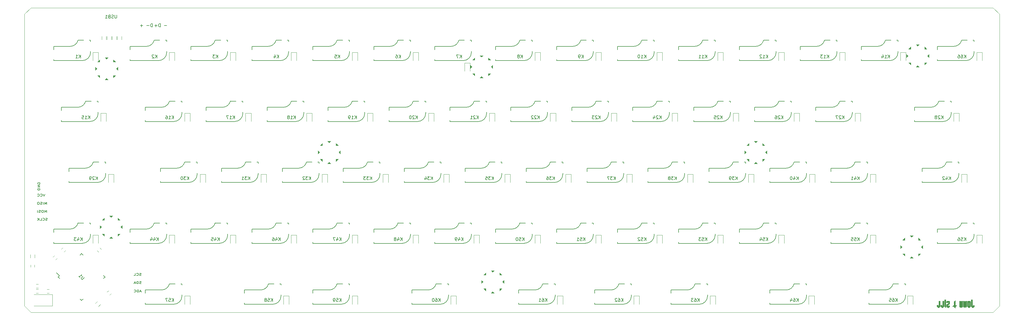
<source format=gbr>
%TF.GenerationSoftware,KiCad,Pcbnew,5.1.6*%
%TF.CreationDate,2020-07-08T12:45:37+02:00*%
%TF.ProjectId,zedekiel,7a656465-6b69-4656-9c2e-6b696361645f,rev?*%
%TF.SameCoordinates,Original*%
%TF.FileFunction,Legend,Bot*%
%TF.FilePolarity,Positive*%
%FSLAX46Y46*%
G04 Gerber Fmt 4.6, Leading zero omitted, Abs format (unit mm)*
G04 Created by KiCad (PCBNEW 5.1.6) date 2020-07-08 12:45:37*
%MOMM*%
%LPD*%
G01*
G04 APERTURE LIST*
%ADD10C,0.150000*%
%TA.AperFunction,Profile*%
%ADD11C,0.050000*%
%TD*%
%ADD12C,0.100000*%
%ADD13C,0.120000*%
%ADD14C,0.010000*%
G04 APERTURE END LIST*
D10*
X56797500Y-108916666D02*
X56368928Y-108916666D01*
X56883214Y-109116666D02*
X56583214Y-108416666D01*
X56283214Y-109116666D01*
X55983214Y-109116666D02*
X55983214Y-108416666D01*
X55768928Y-108416666D01*
X55640357Y-108450000D01*
X55554642Y-108516666D01*
X55511785Y-108583333D01*
X55468928Y-108716666D01*
X55468928Y-108816666D01*
X55511785Y-108950000D01*
X55554642Y-109016666D01*
X55640357Y-109083333D01*
X55768928Y-109116666D01*
X55983214Y-109116666D01*
X54568928Y-109050000D02*
X54611785Y-109083333D01*
X54740357Y-109116666D01*
X54826071Y-109116666D01*
X54954642Y-109083333D01*
X55040357Y-109016666D01*
X55083214Y-108950000D01*
X55126071Y-108816666D01*
X55126071Y-108716666D01*
X55083214Y-108583333D01*
X55040357Y-108516666D01*
X54954642Y-108450000D01*
X54826071Y-108416666D01*
X54740357Y-108416666D01*
X54611785Y-108450000D01*
X54568928Y-108483333D01*
X56782857Y-106423333D02*
X56654285Y-106456666D01*
X56440000Y-106456666D01*
X56354285Y-106423333D01*
X56311428Y-106390000D01*
X56268571Y-106323333D01*
X56268571Y-106256666D01*
X56311428Y-106190000D01*
X56354285Y-106156666D01*
X56440000Y-106123333D01*
X56611428Y-106090000D01*
X56697142Y-106056666D01*
X56740000Y-106023333D01*
X56782857Y-105956666D01*
X56782857Y-105890000D01*
X56740000Y-105823333D01*
X56697142Y-105790000D01*
X56611428Y-105756666D01*
X56397142Y-105756666D01*
X56268571Y-105790000D01*
X55882857Y-106456666D02*
X55882857Y-105756666D01*
X55668571Y-105756666D01*
X55540000Y-105790000D01*
X55454285Y-105856666D01*
X55411428Y-105923333D01*
X55368571Y-106056666D01*
X55368571Y-106156666D01*
X55411428Y-106290000D01*
X55454285Y-106356666D01*
X55540000Y-106423333D01*
X55668571Y-106456666D01*
X55882857Y-106456666D01*
X55025714Y-106256666D02*
X54597142Y-106256666D01*
X55111428Y-106456666D02*
X54811428Y-105756666D01*
X54511428Y-106456666D01*
X56771428Y-103883333D02*
X56642857Y-103916666D01*
X56428571Y-103916666D01*
X56342857Y-103883333D01*
X56300000Y-103850000D01*
X56257142Y-103783333D01*
X56257142Y-103716666D01*
X56300000Y-103650000D01*
X56342857Y-103616666D01*
X56428571Y-103583333D01*
X56600000Y-103550000D01*
X56685714Y-103516666D01*
X56728571Y-103483333D01*
X56771428Y-103416666D01*
X56771428Y-103350000D01*
X56728571Y-103283333D01*
X56685714Y-103250000D01*
X56600000Y-103216666D01*
X56385714Y-103216666D01*
X56257142Y-103250000D01*
X55357142Y-103850000D02*
X55400000Y-103883333D01*
X55528571Y-103916666D01*
X55614285Y-103916666D01*
X55742857Y-103883333D01*
X55828571Y-103816666D01*
X55871428Y-103750000D01*
X55914285Y-103616666D01*
X55914285Y-103516666D01*
X55871428Y-103383333D01*
X55828571Y-103316666D01*
X55742857Y-103250000D01*
X55614285Y-103216666D01*
X55528571Y-103216666D01*
X55400000Y-103250000D01*
X55357142Y-103283333D01*
X54542857Y-103916666D02*
X54971428Y-103916666D01*
X54971428Y-103216666D01*
X27521428Y-86683333D02*
X27392857Y-86716666D01*
X27178571Y-86716666D01*
X27092857Y-86683333D01*
X27050000Y-86650000D01*
X27007142Y-86583333D01*
X27007142Y-86516666D01*
X27050000Y-86450000D01*
X27092857Y-86416666D01*
X27178571Y-86383333D01*
X27350000Y-86350000D01*
X27435714Y-86316666D01*
X27478571Y-86283333D01*
X27521428Y-86216666D01*
X27521428Y-86150000D01*
X27478571Y-86083333D01*
X27435714Y-86050000D01*
X27350000Y-86016666D01*
X27135714Y-86016666D01*
X27007142Y-86050000D01*
X26107142Y-86650000D02*
X26150000Y-86683333D01*
X26278571Y-86716666D01*
X26364285Y-86716666D01*
X26492857Y-86683333D01*
X26578571Y-86616666D01*
X26621428Y-86550000D01*
X26664285Y-86416666D01*
X26664285Y-86316666D01*
X26621428Y-86183333D01*
X26578571Y-86116666D01*
X26492857Y-86050000D01*
X26364285Y-86016666D01*
X26278571Y-86016666D01*
X26150000Y-86050000D01*
X26107142Y-86083333D01*
X25292857Y-86716666D02*
X25721428Y-86716666D01*
X25721428Y-86016666D01*
X24992857Y-86716666D02*
X24992857Y-86016666D01*
X24478571Y-86716666D02*
X24864285Y-86316666D01*
X24478571Y-86016666D02*
X24992857Y-86416666D01*
X27314285Y-84256666D02*
X27314285Y-83556666D01*
X27014285Y-84056666D01*
X26714285Y-83556666D01*
X26714285Y-84256666D01*
X26114285Y-83556666D02*
X25942857Y-83556666D01*
X25857142Y-83590000D01*
X25771428Y-83656666D01*
X25728571Y-83790000D01*
X25728571Y-84023333D01*
X25771428Y-84156666D01*
X25857142Y-84223333D01*
X25942857Y-84256666D01*
X26114285Y-84256666D01*
X26200000Y-84223333D01*
X26285714Y-84156666D01*
X26328571Y-84023333D01*
X26328571Y-83790000D01*
X26285714Y-83656666D01*
X26200000Y-83590000D01*
X26114285Y-83556666D01*
X25385714Y-84223333D02*
X25257142Y-84256666D01*
X25042857Y-84256666D01*
X24957142Y-84223333D01*
X24914285Y-84190000D01*
X24871428Y-84123333D01*
X24871428Y-84056666D01*
X24914285Y-83990000D01*
X24957142Y-83956666D01*
X25042857Y-83923333D01*
X25214285Y-83890000D01*
X25300000Y-83856666D01*
X25342857Y-83823333D01*
X25385714Y-83756666D01*
X25385714Y-83690000D01*
X25342857Y-83623333D01*
X25300000Y-83590000D01*
X25214285Y-83556666D01*
X25000000Y-83556666D01*
X24871428Y-83590000D01*
X24485714Y-84256666D02*
X24485714Y-83556666D01*
X27314285Y-81756666D02*
X27314285Y-81056666D01*
X27014285Y-81556666D01*
X26714285Y-81056666D01*
X26714285Y-81756666D01*
X26285714Y-81756666D02*
X26285714Y-81056666D01*
X25900000Y-81723333D02*
X25771428Y-81756666D01*
X25557142Y-81756666D01*
X25471428Y-81723333D01*
X25428571Y-81690000D01*
X25385714Y-81623333D01*
X25385714Y-81556666D01*
X25428571Y-81490000D01*
X25471428Y-81456666D01*
X25557142Y-81423333D01*
X25728571Y-81390000D01*
X25814285Y-81356666D01*
X25857142Y-81323333D01*
X25900000Y-81256666D01*
X25900000Y-81190000D01*
X25857142Y-81123333D01*
X25814285Y-81090000D01*
X25728571Y-81056666D01*
X25514285Y-81056666D01*
X25385714Y-81090000D01*
X24828571Y-81056666D02*
X24657142Y-81056666D01*
X24571428Y-81090000D01*
X24485714Y-81156666D01*
X24442857Y-81290000D01*
X24442857Y-81523333D01*
X24485714Y-81656666D01*
X24571428Y-81723333D01*
X24657142Y-81756666D01*
X24828571Y-81756666D01*
X24914285Y-81723333D01*
X25000000Y-81656666D01*
X25042857Y-81523333D01*
X25042857Y-81290000D01*
X25000000Y-81156666D01*
X24914285Y-81090000D01*
X24828571Y-81056666D01*
X26800000Y-78516666D02*
X26500000Y-79216666D01*
X26200000Y-78516666D01*
X25385714Y-79150000D02*
X25428571Y-79183333D01*
X25557142Y-79216666D01*
X25642857Y-79216666D01*
X25771428Y-79183333D01*
X25857142Y-79116666D01*
X25900000Y-79050000D01*
X25942857Y-78916666D01*
X25942857Y-78816666D01*
X25900000Y-78683333D01*
X25857142Y-78616666D01*
X25771428Y-78550000D01*
X25642857Y-78516666D01*
X25557142Y-78516666D01*
X25428571Y-78550000D01*
X25385714Y-78583333D01*
X24485714Y-79150000D02*
X24528571Y-79183333D01*
X24657142Y-79216666D01*
X24742857Y-79216666D01*
X24871428Y-79183333D01*
X24957142Y-79116666D01*
X25000000Y-79050000D01*
X25042857Y-78916666D01*
X25042857Y-78816666D01*
X25000000Y-78683333D01*
X24957142Y-78616666D01*
X24871428Y-78550000D01*
X24742857Y-78516666D01*
X24657142Y-78516666D01*
X24528571Y-78550000D01*
X24485714Y-78583333D01*
X24550000Y-75414285D02*
X24516666Y-75328571D01*
X24516666Y-75200000D01*
X24550000Y-75071428D01*
X24616666Y-74985714D01*
X24683333Y-74942857D01*
X24816666Y-74900000D01*
X24916666Y-74900000D01*
X25050000Y-74942857D01*
X25116666Y-74985714D01*
X25183333Y-75071428D01*
X25216666Y-75200000D01*
X25216666Y-75285714D01*
X25183333Y-75414285D01*
X25150000Y-75457142D01*
X24916666Y-75457142D01*
X24916666Y-75285714D01*
X25216666Y-75842857D02*
X24516666Y-75842857D01*
X25216666Y-76357142D01*
X24516666Y-76357142D01*
X25216666Y-76785714D02*
X24516666Y-76785714D01*
X24516666Y-77000000D01*
X24550000Y-77128571D01*
X24616666Y-77214285D01*
X24683333Y-77257142D01*
X24816666Y-77300000D01*
X24916666Y-77300000D01*
X25050000Y-77257142D01*
X25116666Y-77214285D01*
X25183333Y-77128571D01*
X25216666Y-77000000D01*
X25216666Y-76785714D01*
D11*
X20400000Y-113400000D02*
X20400000Y-22400000D01*
X22400000Y-115400000D02*
X20400000Y-113400000D01*
X322400000Y-115400000D02*
X22400000Y-115400000D01*
X324400000Y-113400000D02*
X322400000Y-115400000D01*
X324400000Y-22400000D02*
X324400000Y-113400000D01*
X322400000Y-20400000D02*
X324400000Y-22400000D01*
X22400000Y-20400000D02*
X322400000Y-20400000D01*
X20400000Y-22400000D02*
X22400000Y-20400000D01*
D10*
X64780952Y-25971428D02*
X64019047Y-25971428D01*
X62780952Y-26352380D02*
X62780952Y-25352380D01*
X62542857Y-25352380D01*
X62400000Y-25400000D01*
X62304761Y-25495238D01*
X62257142Y-25590476D01*
X62209523Y-25780952D01*
X62209523Y-25923809D01*
X62257142Y-26114285D01*
X62304761Y-26209523D01*
X62400000Y-26304761D01*
X62542857Y-26352380D01*
X62780952Y-26352380D01*
X61780952Y-25971428D02*
X61019047Y-25971428D01*
X61400000Y-26352380D02*
X61400000Y-25590476D01*
X60280952Y-26352380D02*
X60280952Y-25352380D01*
X60042857Y-25352380D01*
X59900000Y-25400000D01*
X59804761Y-25495238D01*
X59757142Y-25590476D01*
X59709523Y-25780952D01*
X59709523Y-25923809D01*
X59757142Y-26114285D01*
X59804761Y-26209523D01*
X59900000Y-26304761D01*
X60042857Y-26352380D01*
X60280952Y-26352380D01*
X59280952Y-25971428D02*
X58519047Y-25971428D01*
X57280952Y-25971428D02*
X56519047Y-25971428D01*
X56900000Y-26352380D02*
X56900000Y-25590476D01*
%TO.C,K66*%
X305070000Y-36885000D02*
X305070000Y-36504000D01*
X313960000Y-36885000D02*
X305070000Y-36885000D01*
X316500000Y-34345000D02*
X316500000Y-33964000D01*
X316119000Y-30535000D02*
X316500000Y-30535000D01*
X312614162Y-30535000D02*
X314341000Y-30535000D01*
X305070000Y-32440000D02*
X310150000Y-32440000D01*
X305070000Y-33456000D02*
X305070000Y-32440000D01*
X316500000Y-30916000D02*
X316500000Y-30535000D01*
X312614162Y-30516040D02*
G75*
G02*
X310150000Y-32440000I-2464162J616040D01*
G01*
X316500000Y-34345000D02*
G75*
G02*
X313960000Y-36885000I-2540000J0D01*
G01*
%TO.C,K28*%
X297945000Y-55885000D02*
X297945000Y-55504000D01*
X306835000Y-55885000D02*
X297945000Y-55885000D01*
X309375000Y-53345000D02*
X309375000Y-52964000D01*
X308994000Y-49535000D02*
X309375000Y-49535000D01*
X305489162Y-49535000D02*
X307216000Y-49535000D01*
X297945000Y-51440000D02*
X303025000Y-51440000D01*
X297945000Y-52456000D02*
X297945000Y-51440000D01*
X309375000Y-49916000D02*
X309375000Y-49535000D01*
X305489162Y-49516040D02*
G75*
G02*
X303025000Y-51440000I-2464162J616040D01*
G01*
X309375000Y-53345000D02*
G75*
G02*
X306835000Y-55885000I-2540000J0D01*
G01*
%TO.C,K42*%
X300320000Y-74885000D02*
X300320000Y-74504000D01*
X309210000Y-74885000D02*
X300320000Y-74885000D01*
X311750000Y-72345000D02*
X311750000Y-71964000D01*
X311369000Y-68535000D02*
X311750000Y-68535000D01*
X307864162Y-68535000D02*
X309591000Y-68535000D01*
X300320000Y-70440000D02*
X305400000Y-70440000D01*
X300320000Y-71456000D02*
X300320000Y-70440000D01*
X311750000Y-68916000D02*
X311750000Y-68535000D01*
X307864162Y-68516040D02*
G75*
G02*
X305400000Y-70440000I-2464162J616040D01*
G01*
X311750000Y-72345000D02*
G75*
G02*
X309210000Y-74885000I-2540000J0D01*
G01*
%TO.C,K56*%
X305070000Y-93885000D02*
X305070000Y-93504000D01*
X313960000Y-93885000D02*
X305070000Y-93885000D01*
X316500000Y-91345000D02*
X316500000Y-90964000D01*
X316119000Y-87535000D02*
X316500000Y-87535000D01*
X312614162Y-87535000D02*
X314341000Y-87535000D01*
X305070000Y-89440000D02*
X310150000Y-89440000D01*
X305070000Y-90456000D02*
X305070000Y-89440000D01*
X316500000Y-87916000D02*
X316500000Y-87535000D01*
X312614162Y-87516040D02*
G75*
G02*
X310150000Y-89440000I-2464162J616040D01*
G01*
X316500000Y-91345000D02*
G75*
G02*
X313960000Y-93885000I-2540000J0D01*
G01*
%TO.C,K55*%
X271820000Y-93885000D02*
X271820000Y-93504000D01*
X280710000Y-93885000D02*
X271820000Y-93885000D01*
X283250000Y-91345000D02*
X283250000Y-90964000D01*
X282869000Y-87535000D02*
X283250000Y-87535000D01*
X279364162Y-87535000D02*
X281091000Y-87535000D01*
X271820000Y-89440000D02*
X276900000Y-89440000D01*
X271820000Y-90456000D02*
X271820000Y-89440000D01*
X283250000Y-87916000D02*
X283250000Y-87535000D01*
X279364162Y-87516040D02*
G75*
G02*
X276900000Y-89440000I-2464162J616040D01*
G01*
X283250000Y-91345000D02*
G75*
G02*
X280710000Y-93885000I-2540000J0D01*
G01*
%TO.C,K65*%
X283695000Y-112885000D02*
X283695000Y-112504000D01*
X292585000Y-112885000D02*
X283695000Y-112885000D01*
X295125000Y-110345000D02*
X295125000Y-109964000D01*
X294744000Y-106535000D02*
X295125000Y-106535000D01*
X291239162Y-106535000D02*
X292966000Y-106535000D01*
X283695000Y-108440000D02*
X288775000Y-108440000D01*
X283695000Y-109456000D02*
X283695000Y-108440000D01*
X295125000Y-106916000D02*
X295125000Y-106535000D01*
X295125000Y-110345000D02*
G75*
G02*
X292585000Y-112885000I-2540000J0D01*
G01*
X291239162Y-106516040D02*
G75*
G02*
X288775000Y-108440000I-2464162J616040D01*
G01*
%TO.C,K64*%
X252820000Y-112885000D02*
X252820000Y-112504000D01*
X261710000Y-112885000D02*
X252820000Y-112885000D01*
X264250000Y-110345000D02*
X264250000Y-109964000D01*
X263869000Y-106535000D02*
X264250000Y-106535000D01*
X260364162Y-106535000D02*
X262091000Y-106535000D01*
X252820000Y-108440000D02*
X257900000Y-108440000D01*
X252820000Y-109456000D02*
X252820000Y-108440000D01*
X264250000Y-106916000D02*
X264250000Y-106535000D01*
X260364162Y-106516040D02*
G75*
G02*
X257900000Y-108440000I-2464162J616040D01*
G01*
X264250000Y-110345000D02*
G75*
G02*
X261710000Y-112885000I-2540000J0D01*
G01*
%TO.C,K63*%
X221945000Y-112885000D02*
X221945000Y-112504000D01*
X230835000Y-112885000D02*
X221945000Y-112885000D01*
X233375000Y-110345000D02*
X233375000Y-109964000D01*
X232994000Y-106535000D02*
X233375000Y-106535000D01*
X229489162Y-106535000D02*
X231216000Y-106535000D01*
X221945000Y-108440000D02*
X227025000Y-108440000D01*
X221945000Y-109456000D02*
X221945000Y-108440000D01*
X233375000Y-106916000D02*
X233375000Y-106535000D01*
X233375000Y-110345000D02*
G75*
G02*
X230835000Y-112885000I-2540000J0D01*
G01*
X229489162Y-106516040D02*
G75*
G02*
X227025000Y-108440000I-2464162J616040D01*
G01*
%TO.C,K62*%
X198195000Y-112885000D02*
X198195000Y-112504000D01*
X207085000Y-112885000D02*
X198195000Y-112885000D01*
X209625000Y-110345000D02*
X209625000Y-109964000D01*
X209244000Y-106535000D02*
X209625000Y-106535000D01*
X205739162Y-106535000D02*
X207466000Y-106535000D01*
X198195000Y-108440000D02*
X203275000Y-108440000D01*
X198195000Y-109456000D02*
X198195000Y-108440000D01*
X209625000Y-106916000D02*
X209625000Y-106535000D01*
X209625000Y-110345000D02*
G75*
G02*
X207085000Y-112885000I-2540000J0D01*
G01*
X205739162Y-106516040D02*
G75*
G02*
X203275000Y-108440000I-2464162J616040D01*
G01*
%TO.C,K61*%
X174445000Y-112885000D02*
X174445000Y-112504000D01*
X183335000Y-112885000D02*
X174445000Y-112885000D01*
X185875000Y-110345000D02*
X185875000Y-109964000D01*
X185494000Y-106535000D02*
X185875000Y-106535000D01*
X181989162Y-106535000D02*
X183716000Y-106535000D01*
X174445000Y-108440000D02*
X179525000Y-108440000D01*
X174445000Y-109456000D02*
X174445000Y-108440000D01*
X185875000Y-106916000D02*
X185875000Y-106535000D01*
X185875000Y-110345000D02*
G75*
G02*
X183335000Y-112885000I-2540000J0D01*
G01*
X181989162Y-106516040D02*
G75*
G02*
X179525000Y-108440000I-2464162J616040D01*
G01*
%TO.C,K60*%
X141195000Y-112885000D02*
X141195000Y-112504000D01*
X150085000Y-112885000D02*
X141195000Y-112885000D01*
X152625000Y-110345000D02*
X152625000Y-109964000D01*
X152244000Y-106535000D02*
X152625000Y-106535000D01*
X148739162Y-106535000D02*
X150466000Y-106535000D01*
X141195000Y-108440000D02*
X146275000Y-108440000D01*
X141195000Y-109456000D02*
X141195000Y-108440000D01*
X152625000Y-106916000D02*
X152625000Y-106535000D01*
X148739162Y-106516040D02*
G75*
G02*
X146275000Y-108440000I-2464162J616040D01*
G01*
X152625000Y-110345000D02*
G75*
G02*
X150085000Y-112885000I-2540000J0D01*
G01*
%TO.C,K58*%
X88945000Y-112885000D02*
X88945000Y-112504000D01*
X97835000Y-112885000D02*
X88945000Y-112885000D01*
X100375000Y-110345000D02*
X100375000Y-109964000D01*
X99994000Y-106535000D02*
X100375000Y-106535000D01*
X96489162Y-106535000D02*
X98216000Y-106535000D01*
X88945000Y-108440000D02*
X94025000Y-108440000D01*
X88945000Y-109456000D02*
X88945000Y-108440000D01*
X100375000Y-106916000D02*
X100375000Y-106535000D01*
X100375000Y-110345000D02*
G75*
G02*
X97835000Y-112885000I-2540000J0D01*
G01*
X96489162Y-106516040D02*
G75*
G02*
X94025000Y-108440000I-2464162J616040D01*
G01*
%TO.C,K57*%
X58070000Y-112885000D02*
X58070000Y-112504000D01*
X66960000Y-112885000D02*
X58070000Y-112885000D01*
X69500000Y-110345000D02*
X69500000Y-109964000D01*
X69119000Y-106535000D02*
X69500000Y-106535000D01*
X65614162Y-106535000D02*
X67341000Y-106535000D01*
X58070000Y-108440000D02*
X63150000Y-108440000D01*
X58070000Y-109456000D02*
X58070000Y-108440000D01*
X69500000Y-106916000D02*
X69500000Y-106535000D01*
X65614162Y-106516040D02*
G75*
G02*
X63150000Y-108440000I-2464162J616040D01*
G01*
X69500000Y-110345000D02*
G75*
G02*
X66960000Y-112885000I-2540000J0D01*
G01*
%TO.C,K43*%
X29570000Y-93885000D02*
X29570000Y-93504000D01*
X38460000Y-93885000D02*
X29570000Y-93885000D01*
X41000000Y-91345000D02*
X41000000Y-90964000D01*
X40619000Y-87535000D02*
X41000000Y-87535000D01*
X37114162Y-87535000D02*
X38841000Y-87535000D01*
X29570000Y-89440000D02*
X34650000Y-89440000D01*
X29570000Y-90456000D02*
X29570000Y-89440000D01*
X41000000Y-87916000D02*
X41000000Y-87535000D01*
X37114162Y-87516040D02*
G75*
G02*
X34650000Y-89440000I-2464162J616040D01*
G01*
X41000000Y-91345000D02*
G75*
G02*
X38460000Y-93885000I-2540000J0D01*
G01*
%TO.C,K29*%
X34320000Y-74885000D02*
X34320000Y-74504000D01*
X43210000Y-74885000D02*
X34320000Y-74885000D01*
X45750000Y-72345000D02*
X45750000Y-71964000D01*
X45369000Y-68535000D02*
X45750000Y-68535000D01*
X41864162Y-68535000D02*
X43591000Y-68535000D01*
X34320000Y-70440000D02*
X39400000Y-70440000D01*
X34320000Y-71456000D02*
X34320000Y-70440000D01*
X45750000Y-68916000D02*
X45750000Y-68535000D01*
X41864162Y-68516040D02*
G75*
G02*
X39400000Y-70440000I-2464162J616040D01*
G01*
X45750000Y-72345000D02*
G75*
G02*
X43210000Y-74885000I-2540000J0D01*
G01*
%TO.C,K15*%
X31945000Y-55885000D02*
X31945000Y-55504000D01*
X40835000Y-55885000D02*
X31945000Y-55885000D01*
X43375000Y-53345000D02*
X43375000Y-52964000D01*
X42994000Y-49535000D02*
X43375000Y-49535000D01*
X39489162Y-49535000D02*
X41216000Y-49535000D01*
X31945000Y-51440000D02*
X37025000Y-51440000D01*
X31945000Y-52456000D02*
X31945000Y-51440000D01*
X43375000Y-49916000D02*
X43375000Y-49535000D01*
X39489162Y-49516040D02*
G75*
G02*
X37025000Y-51440000I-2464162J616040D01*
G01*
X43375000Y-53345000D02*
G75*
G02*
X40835000Y-55885000I-2540000J0D01*
G01*
%TO.C,K1*%
X29570000Y-36885000D02*
X29570000Y-36504000D01*
X38460000Y-36885000D02*
X29570000Y-36885000D01*
X41000000Y-34345000D02*
X41000000Y-33964000D01*
X40619000Y-30535000D02*
X41000000Y-30535000D01*
X37114162Y-30535000D02*
X38841000Y-30535000D01*
X29570000Y-32440000D02*
X34650000Y-32440000D01*
X29570000Y-33456000D02*
X29570000Y-32440000D01*
X41000000Y-30916000D02*
X41000000Y-30535000D01*
X37114162Y-30516040D02*
G75*
G02*
X34650000Y-32440000I-2464162J616040D01*
G01*
X41000000Y-34345000D02*
G75*
G02*
X38460000Y-36885000I-2540000J0D01*
G01*
%TO.C,K40*%
X252820000Y-74885000D02*
X252820000Y-74504000D01*
X261710000Y-74885000D02*
X252820000Y-74885000D01*
X264250000Y-72345000D02*
X264250000Y-71964000D01*
X263869000Y-68535000D02*
X264250000Y-68535000D01*
X260364162Y-68535000D02*
X262091000Y-68535000D01*
X252820000Y-70440000D02*
X257900000Y-70440000D01*
X252820000Y-71456000D02*
X252820000Y-70440000D01*
X264250000Y-68916000D02*
X264250000Y-68535000D01*
X264250000Y-72345000D02*
G75*
G02*
X261710000Y-74885000I-2540000J0D01*
G01*
X260364162Y-68516040D02*
G75*
G02*
X257900000Y-70440000I-2464162J616040D01*
G01*
%TO.C,K47*%
X110320000Y-93885000D02*
X110320000Y-93504000D01*
X119210000Y-93885000D02*
X110320000Y-93885000D01*
X121750000Y-91345000D02*
X121750000Y-90964000D01*
X121369000Y-87535000D02*
X121750000Y-87535000D01*
X117864162Y-87535000D02*
X119591000Y-87535000D01*
X110320000Y-89440000D02*
X115400000Y-89440000D01*
X110320000Y-90456000D02*
X110320000Y-89440000D01*
X121750000Y-87916000D02*
X121750000Y-87535000D01*
X121750000Y-91345000D02*
G75*
G02*
X119210000Y-93885000I-2540000J0D01*
G01*
X117864162Y-87516040D02*
G75*
G02*
X115400000Y-89440000I-2464162J616040D01*
G01*
%TO.C,K37*%
X195820000Y-74885000D02*
X195820000Y-74504000D01*
X204710000Y-74885000D02*
X195820000Y-74885000D01*
X207250000Y-72345000D02*
X207250000Y-71964000D01*
X206869000Y-68535000D02*
X207250000Y-68535000D01*
X203364162Y-68535000D02*
X205091000Y-68535000D01*
X195820000Y-70440000D02*
X200900000Y-70440000D01*
X195820000Y-71456000D02*
X195820000Y-70440000D01*
X207250000Y-68916000D02*
X207250000Y-68535000D01*
X207250000Y-72345000D02*
G75*
G02*
X204710000Y-74885000I-2540000J0D01*
G01*
X203364162Y-68516040D02*
G75*
G02*
X200900000Y-70440000I-2464162J616040D01*
G01*
%TO.C,K34*%
X138820000Y-74885000D02*
X138820000Y-74504000D01*
X147710000Y-74885000D02*
X138820000Y-74885000D01*
X150250000Y-72345000D02*
X150250000Y-71964000D01*
X149869000Y-68535000D02*
X150250000Y-68535000D01*
X146364162Y-68535000D02*
X148091000Y-68535000D01*
X138820000Y-70440000D02*
X143900000Y-70440000D01*
X138820000Y-71456000D02*
X138820000Y-70440000D01*
X150250000Y-68916000D02*
X150250000Y-68535000D01*
X150250000Y-72345000D02*
G75*
G02*
X147710000Y-74885000I-2540000J0D01*
G01*
X146364162Y-68516040D02*
G75*
G02*
X143900000Y-70440000I-2464162J616040D01*
G01*
%TO.C,K32*%
X100820000Y-74885000D02*
X100820000Y-74504000D01*
X109710000Y-74885000D02*
X100820000Y-74885000D01*
X112250000Y-72345000D02*
X112250000Y-71964000D01*
X111869000Y-68535000D02*
X112250000Y-68535000D01*
X108364162Y-68535000D02*
X110091000Y-68535000D01*
X100820000Y-70440000D02*
X105900000Y-70440000D01*
X100820000Y-71456000D02*
X100820000Y-70440000D01*
X112250000Y-68916000D02*
X112250000Y-68535000D01*
X112250000Y-72345000D02*
G75*
G02*
X109710000Y-74885000I-2540000J0D01*
G01*
X108364162Y-68516040D02*
G75*
G02*
X105900000Y-70440000I-2464162J616040D01*
G01*
%TO.C,K31*%
X81820000Y-74885000D02*
X81820000Y-74504000D01*
X90710000Y-74885000D02*
X81820000Y-74885000D01*
X93250000Y-72345000D02*
X93250000Y-71964000D01*
X92869000Y-68535000D02*
X93250000Y-68535000D01*
X89364162Y-68535000D02*
X91091000Y-68535000D01*
X81820000Y-70440000D02*
X86900000Y-70440000D01*
X81820000Y-71456000D02*
X81820000Y-70440000D01*
X93250000Y-68916000D02*
X93250000Y-68535000D01*
X93250000Y-72345000D02*
G75*
G02*
X90710000Y-74885000I-2540000J0D01*
G01*
X89364162Y-68516040D02*
G75*
G02*
X86900000Y-70440000I-2464162J616040D01*
G01*
%TO.C,K59*%
X110320000Y-112885000D02*
X110320000Y-112504000D01*
X119210000Y-112885000D02*
X110320000Y-112885000D01*
X121750000Y-110345000D02*
X121750000Y-109964000D01*
X121369000Y-106535000D02*
X121750000Y-106535000D01*
X117864162Y-106535000D02*
X119591000Y-106535000D01*
X110320000Y-108440000D02*
X115400000Y-108440000D01*
X110320000Y-109456000D02*
X110320000Y-108440000D01*
X121750000Y-106916000D02*
X121750000Y-106535000D01*
X121750000Y-110345000D02*
G75*
G02*
X119210000Y-112885000I-2540000J0D01*
G01*
X117864162Y-106516040D02*
G75*
G02*
X115400000Y-108440000I-2464162J616040D01*
G01*
%TO.C,K54*%
X243320000Y-93885000D02*
X243320000Y-93504000D01*
X252210000Y-93885000D02*
X243320000Y-93885000D01*
X254750000Y-91345000D02*
X254750000Y-90964000D01*
X254369000Y-87535000D02*
X254750000Y-87535000D01*
X250864162Y-87535000D02*
X252591000Y-87535000D01*
X243320000Y-89440000D02*
X248400000Y-89440000D01*
X243320000Y-90456000D02*
X243320000Y-89440000D01*
X254750000Y-87916000D02*
X254750000Y-87535000D01*
X254750000Y-91345000D02*
G75*
G02*
X252210000Y-93885000I-2540000J0D01*
G01*
X250864162Y-87516040D02*
G75*
G02*
X248400000Y-89440000I-2464162J616040D01*
G01*
%TO.C,K53*%
X224320000Y-93885000D02*
X224320000Y-93504000D01*
X233210000Y-93885000D02*
X224320000Y-93885000D01*
X235750000Y-91345000D02*
X235750000Y-90964000D01*
X235369000Y-87535000D02*
X235750000Y-87535000D01*
X231864162Y-87535000D02*
X233591000Y-87535000D01*
X224320000Y-89440000D02*
X229400000Y-89440000D01*
X224320000Y-90456000D02*
X224320000Y-89440000D01*
X235750000Y-87916000D02*
X235750000Y-87535000D01*
X235750000Y-91345000D02*
G75*
G02*
X233210000Y-93885000I-2540000J0D01*
G01*
X231864162Y-87516040D02*
G75*
G02*
X229400000Y-89440000I-2464162J616040D01*
G01*
%TO.C,K52*%
X205320000Y-93885000D02*
X205320000Y-93504000D01*
X214210000Y-93885000D02*
X205320000Y-93885000D01*
X216750000Y-91345000D02*
X216750000Y-90964000D01*
X216369000Y-87535000D02*
X216750000Y-87535000D01*
X212864162Y-87535000D02*
X214591000Y-87535000D01*
X205320000Y-89440000D02*
X210400000Y-89440000D01*
X205320000Y-90456000D02*
X205320000Y-89440000D01*
X216750000Y-87916000D02*
X216750000Y-87535000D01*
X216750000Y-91345000D02*
G75*
G02*
X214210000Y-93885000I-2540000J0D01*
G01*
X212864162Y-87516040D02*
G75*
G02*
X210400000Y-89440000I-2464162J616040D01*
G01*
%TO.C,K51*%
X186320000Y-93885000D02*
X186320000Y-93504000D01*
X195210000Y-93885000D02*
X186320000Y-93885000D01*
X197750000Y-91345000D02*
X197750000Y-90964000D01*
X197369000Y-87535000D02*
X197750000Y-87535000D01*
X193864162Y-87535000D02*
X195591000Y-87535000D01*
X186320000Y-89440000D02*
X191400000Y-89440000D01*
X186320000Y-90456000D02*
X186320000Y-89440000D01*
X197750000Y-87916000D02*
X197750000Y-87535000D01*
X197750000Y-91345000D02*
G75*
G02*
X195210000Y-93885000I-2540000J0D01*
G01*
X193864162Y-87516040D02*
G75*
G02*
X191400000Y-89440000I-2464162J616040D01*
G01*
%TO.C,K50*%
X167320000Y-93885000D02*
X167320000Y-93504000D01*
X176210000Y-93885000D02*
X167320000Y-93885000D01*
X178750000Y-91345000D02*
X178750000Y-90964000D01*
X178369000Y-87535000D02*
X178750000Y-87535000D01*
X174864162Y-87535000D02*
X176591000Y-87535000D01*
X167320000Y-89440000D02*
X172400000Y-89440000D01*
X167320000Y-90456000D02*
X167320000Y-89440000D01*
X178750000Y-87916000D02*
X178750000Y-87535000D01*
X178750000Y-91345000D02*
G75*
G02*
X176210000Y-93885000I-2540000J0D01*
G01*
X174864162Y-87516040D02*
G75*
G02*
X172400000Y-89440000I-2464162J616040D01*
G01*
%TO.C,K49*%
X148320000Y-93885000D02*
X148320000Y-93504000D01*
X157210000Y-93885000D02*
X148320000Y-93885000D01*
X159750000Y-91345000D02*
X159750000Y-90964000D01*
X159369000Y-87535000D02*
X159750000Y-87535000D01*
X155864162Y-87535000D02*
X157591000Y-87535000D01*
X148320000Y-89440000D02*
X153400000Y-89440000D01*
X148320000Y-90456000D02*
X148320000Y-89440000D01*
X159750000Y-87916000D02*
X159750000Y-87535000D01*
X159750000Y-91345000D02*
G75*
G02*
X157210000Y-93885000I-2540000J0D01*
G01*
X155864162Y-87516040D02*
G75*
G02*
X153400000Y-89440000I-2464162J616040D01*
G01*
%TO.C,K48*%
X129320000Y-93885000D02*
X129320000Y-93504000D01*
X138210000Y-93885000D02*
X129320000Y-93885000D01*
X140750000Y-91345000D02*
X140750000Y-90964000D01*
X140369000Y-87535000D02*
X140750000Y-87535000D01*
X136864162Y-87535000D02*
X138591000Y-87535000D01*
X129320000Y-89440000D02*
X134400000Y-89440000D01*
X129320000Y-90456000D02*
X129320000Y-89440000D01*
X140750000Y-87916000D02*
X140750000Y-87535000D01*
X140750000Y-91345000D02*
G75*
G02*
X138210000Y-93885000I-2540000J0D01*
G01*
X136864162Y-87516040D02*
G75*
G02*
X134400000Y-89440000I-2464162J616040D01*
G01*
%TO.C,K46*%
X91320000Y-93885000D02*
X91320000Y-93504000D01*
X100210000Y-93885000D02*
X91320000Y-93885000D01*
X102750000Y-91345000D02*
X102750000Y-90964000D01*
X102369000Y-87535000D02*
X102750000Y-87535000D01*
X98864162Y-87535000D02*
X100591000Y-87535000D01*
X91320000Y-89440000D02*
X96400000Y-89440000D01*
X91320000Y-90456000D02*
X91320000Y-89440000D01*
X102750000Y-87916000D02*
X102750000Y-87535000D01*
X102750000Y-91345000D02*
G75*
G02*
X100210000Y-93885000I-2540000J0D01*
G01*
X98864162Y-87516040D02*
G75*
G02*
X96400000Y-89440000I-2464162J616040D01*
G01*
%TO.C,K45*%
X72320000Y-93885000D02*
X72320000Y-93504000D01*
X81210000Y-93885000D02*
X72320000Y-93885000D01*
X83750000Y-91345000D02*
X83750000Y-90964000D01*
X83369000Y-87535000D02*
X83750000Y-87535000D01*
X79864162Y-87535000D02*
X81591000Y-87535000D01*
X72320000Y-89440000D02*
X77400000Y-89440000D01*
X72320000Y-90456000D02*
X72320000Y-89440000D01*
X83750000Y-87916000D02*
X83750000Y-87535000D01*
X83750000Y-91345000D02*
G75*
G02*
X81210000Y-93885000I-2540000J0D01*
G01*
X79864162Y-87516040D02*
G75*
G02*
X77400000Y-89440000I-2464162J616040D01*
G01*
%TO.C,K44*%
X53320000Y-93885000D02*
X53320000Y-93504000D01*
X62210000Y-93885000D02*
X53320000Y-93885000D01*
X64750000Y-91345000D02*
X64750000Y-90964000D01*
X64369000Y-87535000D02*
X64750000Y-87535000D01*
X60864162Y-87535000D02*
X62591000Y-87535000D01*
X53320000Y-89440000D02*
X58400000Y-89440000D01*
X53320000Y-90456000D02*
X53320000Y-89440000D01*
X64750000Y-87916000D02*
X64750000Y-87535000D01*
X64750000Y-91345000D02*
G75*
G02*
X62210000Y-93885000I-2540000J0D01*
G01*
X60864162Y-87516040D02*
G75*
G02*
X58400000Y-89440000I-2464162J616040D01*
G01*
%TO.C,K41*%
X271820000Y-74885000D02*
X271820000Y-74504000D01*
X280710000Y-74885000D02*
X271820000Y-74885000D01*
X283250000Y-72345000D02*
X283250000Y-71964000D01*
X282869000Y-68535000D02*
X283250000Y-68535000D01*
X279364162Y-68535000D02*
X281091000Y-68535000D01*
X271820000Y-70440000D02*
X276900000Y-70440000D01*
X271820000Y-71456000D02*
X271820000Y-70440000D01*
X283250000Y-68916000D02*
X283250000Y-68535000D01*
X283250000Y-72345000D02*
G75*
G02*
X280710000Y-74885000I-2540000J0D01*
G01*
X279364162Y-68516040D02*
G75*
G02*
X276900000Y-70440000I-2464162J616040D01*
G01*
%TO.C,K39*%
X233820000Y-74885000D02*
X233820000Y-74504000D01*
X242710000Y-74885000D02*
X233820000Y-74885000D01*
X245250000Y-72345000D02*
X245250000Y-71964000D01*
X244869000Y-68535000D02*
X245250000Y-68535000D01*
X241364162Y-68535000D02*
X243091000Y-68535000D01*
X233820000Y-70440000D02*
X238900000Y-70440000D01*
X233820000Y-71456000D02*
X233820000Y-70440000D01*
X245250000Y-68916000D02*
X245250000Y-68535000D01*
X245250000Y-72345000D02*
G75*
G02*
X242710000Y-74885000I-2540000J0D01*
G01*
X241364162Y-68516040D02*
G75*
G02*
X238900000Y-70440000I-2464162J616040D01*
G01*
%TO.C,K38*%
X214820000Y-74885000D02*
X214820000Y-74504000D01*
X223710000Y-74885000D02*
X214820000Y-74885000D01*
X226250000Y-72345000D02*
X226250000Y-71964000D01*
X225869000Y-68535000D02*
X226250000Y-68535000D01*
X222364162Y-68535000D02*
X224091000Y-68535000D01*
X214820000Y-70440000D02*
X219900000Y-70440000D01*
X214820000Y-71456000D02*
X214820000Y-70440000D01*
X226250000Y-68916000D02*
X226250000Y-68535000D01*
X226250000Y-72345000D02*
G75*
G02*
X223710000Y-74885000I-2540000J0D01*
G01*
X222364162Y-68516040D02*
G75*
G02*
X219900000Y-70440000I-2464162J616040D01*
G01*
%TO.C,K36*%
X176820000Y-74885000D02*
X176820000Y-74504000D01*
X185710000Y-74885000D02*
X176820000Y-74885000D01*
X188250000Y-72345000D02*
X188250000Y-71964000D01*
X187869000Y-68535000D02*
X188250000Y-68535000D01*
X184364162Y-68535000D02*
X186091000Y-68535000D01*
X176820000Y-70440000D02*
X181900000Y-70440000D01*
X176820000Y-71456000D02*
X176820000Y-70440000D01*
X188250000Y-68916000D02*
X188250000Y-68535000D01*
X188250000Y-72345000D02*
G75*
G02*
X185710000Y-74885000I-2540000J0D01*
G01*
X184364162Y-68516040D02*
G75*
G02*
X181900000Y-70440000I-2464162J616040D01*
G01*
%TO.C,K35*%
X157820000Y-74885000D02*
X157820000Y-74504000D01*
X166710000Y-74885000D02*
X157820000Y-74885000D01*
X169250000Y-72345000D02*
X169250000Y-71964000D01*
X168869000Y-68535000D02*
X169250000Y-68535000D01*
X165364162Y-68535000D02*
X167091000Y-68535000D01*
X157820000Y-70440000D02*
X162900000Y-70440000D01*
X157820000Y-71456000D02*
X157820000Y-70440000D01*
X169250000Y-68916000D02*
X169250000Y-68535000D01*
X169250000Y-72345000D02*
G75*
G02*
X166710000Y-74885000I-2540000J0D01*
G01*
X165364162Y-68516040D02*
G75*
G02*
X162900000Y-70440000I-2464162J616040D01*
G01*
%TO.C,K33*%
X119820000Y-74885000D02*
X119820000Y-74504000D01*
X128710000Y-74885000D02*
X119820000Y-74885000D01*
X131250000Y-72345000D02*
X131250000Y-71964000D01*
X130869000Y-68535000D02*
X131250000Y-68535000D01*
X127364162Y-68535000D02*
X129091000Y-68535000D01*
X119820000Y-70440000D02*
X124900000Y-70440000D01*
X119820000Y-71456000D02*
X119820000Y-70440000D01*
X131250000Y-68916000D02*
X131250000Y-68535000D01*
X131250000Y-72345000D02*
G75*
G02*
X128710000Y-74885000I-2540000J0D01*
G01*
X127364162Y-68516040D02*
G75*
G02*
X124900000Y-70440000I-2464162J616040D01*
G01*
%TO.C,K30*%
X62820000Y-74885000D02*
X62820000Y-74504000D01*
X71710000Y-74885000D02*
X62820000Y-74885000D01*
X74250000Y-72345000D02*
X74250000Y-71964000D01*
X73869000Y-68535000D02*
X74250000Y-68535000D01*
X70364162Y-68535000D02*
X72091000Y-68535000D01*
X62820000Y-70440000D02*
X67900000Y-70440000D01*
X62820000Y-71456000D02*
X62820000Y-70440000D01*
X74250000Y-68916000D02*
X74250000Y-68535000D01*
X74250000Y-72345000D02*
G75*
G02*
X71710000Y-74885000I-2540000J0D01*
G01*
X70364162Y-68516040D02*
G75*
G02*
X67900000Y-70440000I-2464162J616040D01*
G01*
%TO.C,K27*%
X267070000Y-55885000D02*
X267070000Y-55504000D01*
X275960000Y-55885000D02*
X267070000Y-55885000D01*
X278500000Y-53345000D02*
X278500000Y-52964000D01*
X278119000Y-49535000D02*
X278500000Y-49535000D01*
X274614162Y-49535000D02*
X276341000Y-49535000D01*
X267070000Y-51440000D02*
X272150000Y-51440000D01*
X267070000Y-52456000D02*
X267070000Y-51440000D01*
X278500000Y-49916000D02*
X278500000Y-49535000D01*
X278500000Y-53345000D02*
G75*
G02*
X275960000Y-55885000I-2540000J0D01*
G01*
X274614162Y-49516040D02*
G75*
G02*
X272150000Y-51440000I-2464162J616040D01*
G01*
%TO.C,K26*%
X248070000Y-55885000D02*
X248070000Y-55504000D01*
X256960000Y-55885000D02*
X248070000Y-55885000D01*
X259500000Y-53345000D02*
X259500000Y-52964000D01*
X259119000Y-49535000D02*
X259500000Y-49535000D01*
X255614162Y-49535000D02*
X257341000Y-49535000D01*
X248070000Y-51440000D02*
X253150000Y-51440000D01*
X248070000Y-52456000D02*
X248070000Y-51440000D01*
X259500000Y-49916000D02*
X259500000Y-49535000D01*
X259500000Y-53345000D02*
G75*
G02*
X256960000Y-55885000I-2540000J0D01*
G01*
X255614162Y-49516040D02*
G75*
G02*
X253150000Y-51440000I-2464162J616040D01*
G01*
%TO.C,K25*%
X229070000Y-55885000D02*
X229070000Y-55504000D01*
X237960000Y-55885000D02*
X229070000Y-55885000D01*
X240500000Y-53345000D02*
X240500000Y-52964000D01*
X240119000Y-49535000D02*
X240500000Y-49535000D01*
X236614162Y-49535000D02*
X238341000Y-49535000D01*
X229070000Y-51440000D02*
X234150000Y-51440000D01*
X229070000Y-52456000D02*
X229070000Y-51440000D01*
X240500000Y-49916000D02*
X240500000Y-49535000D01*
X240500000Y-53345000D02*
G75*
G02*
X237960000Y-55885000I-2540000J0D01*
G01*
X236614162Y-49516040D02*
G75*
G02*
X234150000Y-51440000I-2464162J616040D01*
G01*
%TO.C,K24*%
X210070000Y-55885000D02*
X210070000Y-55504000D01*
X218960000Y-55885000D02*
X210070000Y-55885000D01*
X221500000Y-53345000D02*
X221500000Y-52964000D01*
X221119000Y-49535000D02*
X221500000Y-49535000D01*
X217614162Y-49535000D02*
X219341000Y-49535000D01*
X210070000Y-51440000D02*
X215150000Y-51440000D01*
X210070000Y-52456000D02*
X210070000Y-51440000D01*
X221500000Y-49916000D02*
X221500000Y-49535000D01*
X221500000Y-53345000D02*
G75*
G02*
X218960000Y-55885000I-2540000J0D01*
G01*
X217614162Y-49516040D02*
G75*
G02*
X215150000Y-51440000I-2464162J616040D01*
G01*
%TO.C,K23*%
X191070000Y-55885000D02*
X191070000Y-55504000D01*
X199960000Y-55885000D02*
X191070000Y-55885000D01*
X202500000Y-53345000D02*
X202500000Y-52964000D01*
X202119000Y-49535000D02*
X202500000Y-49535000D01*
X198614162Y-49535000D02*
X200341000Y-49535000D01*
X191070000Y-51440000D02*
X196150000Y-51440000D01*
X191070000Y-52456000D02*
X191070000Y-51440000D01*
X202500000Y-49916000D02*
X202500000Y-49535000D01*
X202500000Y-53345000D02*
G75*
G02*
X199960000Y-55885000I-2540000J0D01*
G01*
X198614162Y-49516040D02*
G75*
G02*
X196150000Y-51440000I-2464162J616040D01*
G01*
%TO.C,K22*%
X172070000Y-55885000D02*
X172070000Y-55504000D01*
X180960000Y-55885000D02*
X172070000Y-55885000D01*
X183500000Y-53345000D02*
X183500000Y-52964000D01*
X183119000Y-49535000D02*
X183500000Y-49535000D01*
X179614162Y-49535000D02*
X181341000Y-49535000D01*
X172070000Y-51440000D02*
X177150000Y-51440000D01*
X172070000Y-52456000D02*
X172070000Y-51440000D01*
X183500000Y-49916000D02*
X183500000Y-49535000D01*
X183500000Y-53345000D02*
G75*
G02*
X180960000Y-55885000I-2540000J0D01*
G01*
X179614162Y-49516040D02*
G75*
G02*
X177150000Y-51440000I-2464162J616040D01*
G01*
%TO.C,K21*%
X153070000Y-55885000D02*
X153070000Y-55504000D01*
X161960000Y-55885000D02*
X153070000Y-55885000D01*
X164500000Y-53345000D02*
X164500000Y-52964000D01*
X164119000Y-49535000D02*
X164500000Y-49535000D01*
X160614162Y-49535000D02*
X162341000Y-49535000D01*
X153070000Y-51440000D02*
X158150000Y-51440000D01*
X153070000Y-52456000D02*
X153070000Y-51440000D01*
X164500000Y-49916000D02*
X164500000Y-49535000D01*
X164500000Y-53345000D02*
G75*
G02*
X161960000Y-55885000I-2540000J0D01*
G01*
X160614162Y-49516040D02*
G75*
G02*
X158150000Y-51440000I-2464162J616040D01*
G01*
%TO.C,K20*%
X134070000Y-55885000D02*
X134070000Y-55504000D01*
X142960000Y-55885000D02*
X134070000Y-55885000D01*
X145500000Y-53345000D02*
X145500000Y-52964000D01*
X145119000Y-49535000D02*
X145500000Y-49535000D01*
X141614162Y-49535000D02*
X143341000Y-49535000D01*
X134070000Y-51440000D02*
X139150000Y-51440000D01*
X134070000Y-52456000D02*
X134070000Y-51440000D01*
X145500000Y-49916000D02*
X145500000Y-49535000D01*
X145500000Y-53345000D02*
G75*
G02*
X142960000Y-55885000I-2540000J0D01*
G01*
X141614162Y-49516040D02*
G75*
G02*
X139150000Y-51440000I-2464162J616040D01*
G01*
%TO.C,K19*%
X115070000Y-55885000D02*
X115070000Y-55504000D01*
X123960000Y-55885000D02*
X115070000Y-55885000D01*
X126500000Y-53345000D02*
X126500000Y-52964000D01*
X126119000Y-49535000D02*
X126500000Y-49535000D01*
X122614162Y-49535000D02*
X124341000Y-49535000D01*
X115070000Y-51440000D02*
X120150000Y-51440000D01*
X115070000Y-52456000D02*
X115070000Y-51440000D01*
X126500000Y-49916000D02*
X126500000Y-49535000D01*
X126500000Y-53345000D02*
G75*
G02*
X123960000Y-55885000I-2540000J0D01*
G01*
X122614162Y-49516040D02*
G75*
G02*
X120150000Y-51440000I-2464162J616040D01*
G01*
%TO.C,K18*%
X96070000Y-55885000D02*
X96070000Y-55504000D01*
X104960000Y-55885000D02*
X96070000Y-55885000D01*
X107500000Y-53345000D02*
X107500000Y-52964000D01*
X107119000Y-49535000D02*
X107500000Y-49535000D01*
X103614162Y-49535000D02*
X105341000Y-49535000D01*
X96070000Y-51440000D02*
X101150000Y-51440000D01*
X96070000Y-52456000D02*
X96070000Y-51440000D01*
X107500000Y-49916000D02*
X107500000Y-49535000D01*
X107500000Y-53345000D02*
G75*
G02*
X104960000Y-55885000I-2540000J0D01*
G01*
X103614162Y-49516040D02*
G75*
G02*
X101150000Y-51440000I-2464162J616040D01*
G01*
%TO.C,K17*%
X77070000Y-55885000D02*
X77070000Y-55504000D01*
X85960000Y-55885000D02*
X77070000Y-55885000D01*
X88500000Y-53345000D02*
X88500000Y-52964000D01*
X88119000Y-49535000D02*
X88500000Y-49535000D01*
X84614162Y-49535000D02*
X86341000Y-49535000D01*
X77070000Y-51440000D02*
X82150000Y-51440000D01*
X77070000Y-52456000D02*
X77070000Y-51440000D01*
X88500000Y-49916000D02*
X88500000Y-49535000D01*
X88500000Y-53345000D02*
G75*
G02*
X85960000Y-55885000I-2540000J0D01*
G01*
X84614162Y-49516040D02*
G75*
G02*
X82150000Y-51440000I-2464162J616040D01*
G01*
%TO.C,K16*%
X58070000Y-55885000D02*
X58070000Y-55504000D01*
X66960000Y-55885000D02*
X58070000Y-55885000D01*
X69500000Y-53345000D02*
X69500000Y-52964000D01*
X69119000Y-49535000D02*
X69500000Y-49535000D01*
X65614162Y-49535000D02*
X67341000Y-49535000D01*
X58070000Y-51440000D02*
X63150000Y-51440000D01*
X58070000Y-52456000D02*
X58070000Y-51440000D01*
X69500000Y-49916000D02*
X69500000Y-49535000D01*
X69500000Y-53345000D02*
G75*
G02*
X66960000Y-55885000I-2540000J0D01*
G01*
X65614162Y-49516040D02*
G75*
G02*
X63150000Y-51440000I-2464162J616040D01*
G01*
%TO.C,K14*%
X281320000Y-36885000D02*
X281320000Y-36504000D01*
X290210000Y-36885000D02*
X281320000Y-36885000D01*
X292750000Y-34345000D02*
X292750000Y-33964000D01*
X292369000Y-30535000D02*
X292750000Y-30535000D01*
X288864162Y-30535000D02*
X290591000Y-30535000D01*
X281320000Y-32440000D02*
X286400000Y-32440000D01*
X281320000Y-33456000D02*
X281320000Y-32440000D01*
X292750000Y-30916000D02*
X292750000Y-30535000D01*
X292750000Y-34345000D02*
G75*
G02*
X290210000Y-36885000I-2540000J0D01*
G01*
X288864162Y-30516040D02*
G75*
G02*
X286400000Y-32440000I-2464162J616040D01*
G01*
%TO.C,K13*%
X262320000Y-36885000D02*
X262320000Y-36504000D01*
X271210000Y-36885000D02*
X262320000Y-36885000D01*
X273750000Y-34345000D02*
X273750000Y-33964000D01*
X273369000Y-30535000D02*
X273750000Y-30535000D01*
X269864162Y-30535000D02*
X271591000Y-30535000D01*
X262320000Y-32440000D02*
X267400000Y-32440000D01*
X262320000Y-33456000D02*
X262320000Y-32440000D01*
X273750000Y-30916000D02*
X273750000Y-30535000D01*
X273750000Y-34345000D02*
G75*
G02*
X271210000Y-36885000I-2540000J0D01*
G01*
X269864162Y-30516040D02*
G75*
G02*
X267400000Y-32440000I-2464162J616040D01*
G01*
%TO.C,K12*%
X243320000Y-36885000D02*
X243320000Y-36504000D01*
X252210000Y-36885000D02*
X243320000Y-36885000D01*
X254750000Y-34345000D02*
X254750000Y-33964000D01*
X254369000Y-30535000D02*
X254750000Y-30535000D01*
X250864162Y-30535000D02*
X252591000Y-30535000D01*
X243320000Y-32440000D02*
X248400000Y-32440000D01*
X243320000Y-33456000D02*
X243320000Y-32440000D01*
X254750000Y-30916000D02*
X254750000Y-30535000D01*
X254750000Y-34345000D02*
G75*
G02*
X252210000Y-36885000I-2540000J0D01*
G01*
X250864162Y-30516040D02*
G75*
G02*
X248400000Y-32440000I-2464162J616040D01*
G01*
%TO.C,K11*%
X224320000Y-36885000D02*
X224320000Y-36504000D01*
X233210000Y-36885000D02*
X224320000Y-36885000D01*
X235750000Y-34345000D02*
X235750000Y-33964000D01*
X235369000Y-30535000D02*
X235750000Y-30535000D01*
X231864162Y-30535000D02*
X233591000Y-30535000D01*
X224320000Y-32440000D02*
X229400000Y-32440000D01*
X224320000Y-33456000D02*
X224320000Y-32440000D01*
X235750000Y-30916000D02*
X235750000Y-30535000D01*
X235750000Y-34345000D02*
G75*
G02*
X233210000Y-36885000I-2540000J0D01*
G01*
X231864162Y-30516040D02*
G75*
G02*
X229400000Y-32440000I-2464162J616040D01*
G01*
%TO.C,K10*%
X205320000Y-36885000D02*
X205320000Y-36504000D01*
X214210000Y-36885000D02*
X205320000Y-36885000D01*
X216750000Y-34345000D02*
X216750000Y-33964000D01*
X216369000Y-30535000D02*
X216750000Y-30535000D01*
X212864162Y-30535000D02*
X214591000Y-30535000D01*
X205320000Y-32440000D02*
X210400000Y-32440000D01*
X205320000Y-33456000D02*
X205320000Y-32440000D01*
X216750000Y-30916000D02*
X216750000Y-30535000D01*
X216750000Y-34345000D02*
G75*
G02*
X214210000Y-36885000I-2540000J0D01*
G01*
X212864162Y-30516040D02*
G75*
G02*
X210400000Y-32440000I-2464162J616040D01*
G01*
%TO.C,K9*%
X186320000Y-36885000D02*
X186320000Y-36504000D01*
X195210000Y-36885000D02*
X186320000Y-36885000D01*
X197750000Y-34345000D02*
X197750000Y-33964000D01*
X197369000Y-30535000D02*
X197750000Y-30535000D01*
X193864162Y-30535000D02*
X195591000Y-30535000D01*
X186320000Y-32440000D02*
X191400000Y-32440000D01*
X186320000Y-33456000D02*
X186320000Y-32440000D01*
X197750000Y-30916000D02*
X197750000Y-30535000D01*
X197750000Y-34345000D02*
G75*
G02*
X195210000Y-36885000I-2540000J0D01*
G01*
X193864162Y-30516040D02*
G75*
G02*
X191400000Y-32440000I-2464162J616040D01*
G01*
%TO.C,K8*%
X167320000Y-36885000D02*
X167320000Y-36504000D01*
X176210000Y-36885000D02*
X167320000Y-36885000D01*
X178750000Y-34345000D02*
X178750000Y-33964000D01*
X178369000Y-30535000D02*
X178750000Y-30535000D01*
X174864162Y-30535000D02*
X176591000Y-30535000D01*
X167320000Y-32440000D02*
X172400000Y-32440000D01*
X167320000Y-33456000D02*
X167320000Y-32440000D01*
X178750000Y-30916000D02*
X178750000Y-30535000D01*
X178750000Y-34345000D02*
G75*
G02*
X176210000Y-36885000I-2540000J0D01*
G01*
X174864162Y-30516040D02*
G75*
G02*
X172400000Y-32440000I-2464162J616040D01*
G01*
%TO.C,K7*%
X148320000Y-36885000D02*
X148320000Y-36504000D01*
X157210000Y-36885000D02*
X148320000Y-36885000D01*
X159750000Y-34345000D02*
X159750000Y-33964000D01*
X159369000Y-30535000D02*
X159750000Y-30535000D01*
X155864162Y-30535000D02*
X157591000Y-30535000D01*
X148320000Y-32440000D02*
X153400000Y-32440000D01*
X148320000Y-33456000D02*
X148320000Y-32440000D01*
X159750000Y-30916000D02*
X159750000Y-30535000D01*
X159750000Y-34345000D02*
G75*
G02*
X157210000Y-36885000I-2540000J0D01*
G01*
X155864162Y-30516040D02*
G75*
G02*
X153400000Y-32440000I-2464162J616040D01*
G01*
%TO.C,K6*%
X129320000Y-36885000D02*
X129320000Y-36504000D01*
X138210000Y-36885000D02*
X129320000Y-36885000D01*
X140750000Y-34345000D02*
X140750000Y-33964000D01*
X140369000Y-30535000D02*
X140750000Y-30535000D01*
X136864162Y-30535000D02*
X138591000Y-30535000D01*
X129320000Y-32440000D02*
X134400000Y-32440000D01*
X129320000Y-33456000D02*
X129320000Y-32440000D01*
X140750000Y-30916000D02*
X140750000Y-30535000D01*
X140750000Y-34345000D02*
G75*
G02*
X138210000Y-36885000I-2540000J0D01*
G01*
X136864162Y-30516040D02*
G75*
G02*
X134400000Y-32440000I-2464162J616040D01*
G01*
%TO.C,K5*%
X110320000Y-36885000D02*
X110320000Y-36504000D01*
X119210000Y-36885000D02*
X110320000Y-36885000D01*
X121750000Y-34345000D02*
X121750000Y-33964000D01*
X121369000Y-30535000D02*
X121750000Y-30535000D01*
X117864162Y-30535000D02*
X119591000Y-30535000D01*
X110320000Y-32440000D02*
X115400000Y-32440000D01*
X110320000Y-33456000D02*
X110320000Y-32440000D01*
X121750000Y-30916000D02*
X121750000Y-30535000D01*
X121750000Y-34345000D02*
G75*
G02*
X119210000Y-36885000I-2540000J0D01*
G01*
X117864162Y-30516040D02*
G75*
G02*
X115400000Y-32440000I-2464162J616040D01*
G01*
%TO.C,K4*%
X91320000Y-36885000D02*
X91320000Y-36504000D01*
X100210000Y-36885000D02*
X91320000Y-36885000D01*
X102750000Y-34345000D02*
X102750000Y-33964000D01*
X102369000Y-30535000D02*
X102750000Y-30535000D01*
X98864162Y-30535000D02*
X100591000Y-30535000D01*
X91320000Y-32440000D02*
X96400000Y-32440000D01*
X91320000Y-33456000D02*
X91320000Y-32440000D01*
X102750000Y-30916000D02*
X102750000Y-30535000D01*
X102750000Y-34345000D02*
G75*
G02*
X100210000Y-36885000I-2540000J0D01*
G01*
X98864162Y-30516040D02*
G75*
G02*
X96400000Y-32440000I-2464162J616040D01*
G01*
%TO.C,K3*%
X72320000Y-36885000D02*
X72320000Y-36504000D01*
X81210000Y-36885000D02*
X72320000Y-36885000D01*
X83750000Y-34345000D02*
X83750000Y-33964000D01*
X83369000Y-30535000D02*
X83750000Y-30535000D01*
X79864162Y-30535000D02*
X81591000Y-30535000D01*
X72320000Y-32440000D02*
X77400000Y-32440000D01*
X72320000Y-33456000D02*
X72320000Y-32440000D01*
X83750000Y-30916000D02*
X83750000Y-30535000D01*
X83750000Y-34345000D02*
G75*
G02*
X81210000Y-36885000I-2540000J0D01*
G01*
X79864162Y-30516040D02*
G75*
G02*
X77400000Y-32440000I-2464162J616040D01*
G01*
%TO.C,K2*%
X53320000Y-36885000D02*
X53320000Y-36504000D01*
X62210000Y-36885000D02*
X53320000Y-36885000D01*
X64750000Y-34345000D02*
X64750000Y-33964000D01*
X64369000Y-30535000D02*
X64750000Y-30535000D01*
X60864162Y-30535000D02*
X62591000Y-30535000D01*
X53320000Y-32440000D02*
X58400000Y-32440000D01*
X53320000Y-33456000D02*
X53320000Y-32440000D01*
X64750000Y-30916000D02*
X64750000Y-30535000D01*
X64750000Y-34345000D02*
G75*
G02*
X62210000Y-36885000I-2540000J0D01*
G01*
X60864162Y-30516040D02*
G75*
G02*
X58400000Y-32440000I-2464162J616040D01*
G01*
D12*
%TO.C,REF\u002A\u002A*%
G36*
X294171573Y-92878680D02*
G01*
X294878680Y-92171573D01*
X294878680Y-92878680D01*
X294171573Y-92878680D01*
G37*
X294171573Y-92878680D02*
X294878680Y-92171573D01*
X294878680Y-92878680D01*
X294171573Y-92878680D01*
G36*
X296500000Y-91500000D02*
G01*
X297500000Y-91500000D01*
X297000000Y-92000000D01*
X296500000Y-91500000D01*
G37*
X296500000Y-91500000D02*
X297500000Y-91500000D01*
X297000000Y-92000000D01*
X296500000Y-91500000D01*
G36*
X299121320Y-92171573D02*
G01*
X299828427Y-92878680D01*
X299121320Y-92878680D01*
X299121320Y-92171573D01*
G37*
X299121320Y-92171573D02*
X299828427Y-92878680D01*
X299121320Y-92878680D01*
X299121320Y-92171573D01*
G36*
X300500000Y-94500000D02*
G01*
X300500000Y-95500000D01*
X300000000Y-95000000D01*
X300500000Y-94500000D01*
G37*
X300500000Y-94500000D02*
X300500000Y-95500000D01*
X300000000Y-95000000D01*
X300500000Y-94500000D01*
G36*
X299828427Y-97121320D02*
G01*
X299121320Y-97828427D01*
X299121320Y-97121320D01*
X299828427Y-97121320D01*
G37*
X299828427Y-97121320D02*
X299121320Y-97828427D01*
X299121320Y-97121320D01*
X299828427Y-97121320D01*
G36*
X297500000Y-98500000D02*
G01*
X296500000Y-98500000D01*
X297000000Y-98000000D01*
X297500000Y-98500000D01*
G37*
X297500000Y-98500000D02*
X296500000Y-98500000D01*
X297000000Y-98000000D01*
X297500000Y-98500000D01*
G36*
X294878680Y-97828427D02*
G01*
X294171573Y-97121320D01*
X294878680Y-97121320D01*
X294878680Y-97828427D01*
G37*
X294878680Y-97828427D02*
X294171573Y-97121320D01*
X294878680Y-97121320D01*
X294878680Y-97828427D01*
G36*
X293500000Y-95500000D02*
G01*
X293500000Y-94500000D01*
X294000000Y-95000000D01*
X293500000Y-95500000D01*
G37*
X293500000Y-95500000D02*
X293500000Y-94500000D01*
X294000000Y-95000000D01*
X293500000Y-95500000D01*
G36*
X163571573Y-103778680D02*
G01*
X164278680Y-103071573D01*
X164278680Y-103778680D01*
X163571573Y-103778680D01*
G37*
X163571573Y-103778680D02*
X164278680Y-103071573D01*
X164278680Y-103778680D01*
X163571573Y-103778680D01*
G36*
X165900000Y-102400000D02*
G01*
X166900000Y-102400000D01*
X166400000Y-102900000D01*
X165900000Y-102400000D01*
G37*
X165900000Y-102400000D02*
X166900000Y-102400000D01*
X166400000Y-102900000D01*
X165900000Y-102400000D01*
G36*
X168521320Y-103071573D02*
G01*
X169228427Y-103778680D01*
X168521320Y-103778680D01*
X168521320Y-103071573D01*
G37*
X168521320Y-103071573D02*
X169228427Y-103778680D01*
X168521320Y-103778680D01*
X168521320Y-103071573D01*
G36*
X169900000Y-105400000D02*
G01*
X169900000Y-106400000D01*
X169400000Y-105900000D01*
X169900000Y-105400000D01*
G37*
X169900000Y-105400000D02*
X169900000Y-106400000D01*
X169400000Y-105900000D01*
X169900000Y-105400000D01*
G36*
X169228427Y-108021320D02*
G01*
X168521320Y-108728427D01*
X168521320Y-108021320D01*
X169228427Y-108021320D01*
G37*
X169228427Y-108021320D02*
X168521320Y-108728427D01*
X168521320Y-108021320D01*
X169228427Y-108021320D01*
G36*
X166900000Y-109400000D02*
G01*
X165900000Y-109400000D01*
X166400000Y-108900000D01*
X166900000Y-109400000D01*
G37*
X166900000Y-109400000D02*
X165900000Y-109400000D01*
X166400000Y-108900000D01*
X166900000Y-109400000D01*
G36*
X164278680Y-108728427D02*
G01*
X163571573Y-108021320D01*
X164278680Y-108021320D01*
X164278680Y-108728427D01*
G37*
X164278680Y-108728427D02*
X163571573Y-108021320D01*
X164278680Y-108021320D01*
X164278680Y-108728427D01*
G36*
X162900000Y-106400000D02*
G01*
X162900000Y-105400000D01*
X163400000Y-105900000D01*
X162900000Y-106400000D01*
G37*
X162900000Y-106400000D02*
X162900000Y-105400000D01*
X163400000Y-105900000D01*
X162900000Y-106400000D01*
G36*
X245571573Y-63378680D02*
G01*
X246278680Y-62671573D01*
X246278680Y-63378680D01*
X245571573Y-63378680D01*
G37*
X245571573Y-63378680D02*
X246278680Y-62671573D01*
X246278680Y-63378680D01*
X245571573Y-63378680D01*
G36*
X247900000Y-62000000D02*
G01*
X248900000Y-62000000D01*
X248400000Y-62500000D01*
X247900000Y-62000000D01*
G37*
X247900000Y-62000000D02*
X248900000Y-62000000D01*
X248400000Y-62500000D01*
X247900000Y-62000000D01*
G36*
X250521320Y-62671573D02*
G01*
X251228427Y-63378680D01*
X250521320Y-63378680D01*
X250521320Y-62671573D01*
G37*
X250521320Y-62671573D02*
X251228427Y-63378680D01*
X250521320Y-63378680D01*
X250521320Y-62671573D01*
G36*
X251900000Y-65000000D02*
G01*
X251900000Y-66000000D01*
X251400000Y-65500000D01*
X251900000Y-65000000D01*
G37*
X251900000Y-65000000D02*
X251900000Y-66000000D01*
X251400000Y-65500000D01*
X251900000Y-65000000D01*
G36*
X251228427Y-67621320D02*
G01*
X250521320Y-68328427D01*
X250521320Y-67621320D01*
X251228427Y-67621320D01*
G37*
X251228427Y-67621320D02*
X250521320Y-68328427D01*
X250521320Y-67621320D01*
X251228427Y-67621320D01*
G36*
X248900000Y-69000000D02*
G01*
X247900000Y-69000000D01*
X248400000Y-68500000D01*
X248900000Y-69000000D01*
G37*
X248900000Y-69000000D02*
X247900000Y-69000000D01*
X248400000Y-68500000D01*
X248900000Y-69000000D01*
G36*
X246278680Y-68328427D02*
G01*
X245571573Y-67621320D01*
X246278680Y-67621320D01*
X246278680Y-68328427D01*
G37*
X246278680Y-68328427D02*
X245571573Y-67621320D01*
X246278680Y-67621320D01*
X246278680Y-68328427D01*
G36*
X244900000Y-66000000D02*
G01*
X244900000Y-65000000D01*
X245400000Y-65500000D01*
X244900000Y-66000000D01*
G37*
X244900000Y-66000000D02*
X244900000Y-65000000D01*
X245400000Y-65500000D01*
X244900000Y-66000000D01*
G36*
X112571573Y-63378680D02*
G01*
X113278680Y-62671573D01*
X113278680Y-63378680D01*
X112571573Y-63378680D01*
G37*
X112571573Y-63378680D02*
X113278680Y-62671573D01*
X113278680Y-63378680D01*
X112571573Y-63378680D01*
G36*
X114900000Y-62000000D02*
G01*
X115900000Y-62000000D01*
X115400000Y-62500000D01*
X114900000Y-62000000D01*
G37*
X114900000Y-62000000D02*
X115900000Y-62000000D01*
X115400000Y-62500000D01*
X114900000Y-62000000D01*
G36*
X117521320Y-62671573D02*
G01*
X118228427Y-63378680D01*
X117521320Y-63378680D01*
X117521320Y-62671573D01*
G37*
X117521320Y-62671573D02*
X118228427Y-63378680D01*
X117521320Y-63378680D01*
X117521320Y-62671573D01*
G36*
X118900000Y-65000000D02*
G01*
X118900000Y-66000000D01*
X118400000Y-65500000D01*
X118900000Y-65000000D01*
G37*
X118900000Y-65000000D02*
X118900000Y-66000000D01*
X118400000Y-65500000D01*
X118900000Y-65000000D01*
G36*
X118228427Y-67621320D02*
G01*
X117521320Y-68328427D01*
X117521320Y-67621320D01*
X118228427Y-67621320D01*
G37*
X118228427Y-67621320D02*
X117521320Y-68328427D01*
X117521320Y-67621320D01*
X118228427Y-67621320D01*
G36*
X115900000Y-69000000D02*
G01*
X114900000Y-69000000D01*
X115400000Y-68500000D01*
X115900000Y-69000000D01*
G37*
X115900000Y-69000000D02*
X114900000Y-69000000D01*
X115400000Y-68500000D01*
X115900000Y-69000000D01*
G36*
X113278680Y-68328427D02*
G01*
X112571573Y-67621320D01*
X113278680Y-67621320D01*
X113278680Y-68328427D01*
G37*
X113278680Y-68328427D02*
X112571573Y-67621320D01*
X113278680Y-67621320D01*
X113278680Y-68328427D01*
G36*
X111900000Y-66000000D02*
G01*
X111900000Y-65000000D01*
X112400000Y-65500000D01*
X111900000Y-66000000D01*
G37*
X111900000Y-66000000D02*
X111900000Y-65000000D01*
X112400000Y-65500000D01*
X111900000Y-66000000D01*
G36*
X44571573Y-86678680D02*
G01*
X45278680Y-85971573D01*
X45278680Y-86678680D01*
X44571573Y-86678680D01*
G37*
X44571573Y-86678680D02*
X45278680Y-85971573D01*
X45278680Y-86678680D01*
X44571573Y-86678680D01*
G36*
X46900000Y-85300000D02*
G01*
X47900000Y-85300000D01*
X47400000Y-85800000D01*
X46900000Y-85300000D01*
G37*
X46900000Y-85300000D02*
X47900000Y-85300000D01*
X47400000Y-85800000D01*
X46900000Y-85300000D01*
G36*
X49521320Y-85971573D02*
G01*
X50228427Y-86678680D01*
X49521320Y-86678680D01*
X49521320Y-85971573D01*
G37*
X49521320Y-85971573D02*
X50228427Y-86678680D01*
X49521320Y-86678680D01*
X49521320Y-85971573D01*
G36*
X50900000Y-88300000D02*
G01*
X50900000Y-89300000D01*
X50400000Y-88800000D01*
X50900000Y-88300000D01*
G37*
X50900000Y-88300000D02*
X50900000Y-89300000D01*
X50400000Y-88800000D01*
X50900000Y-88300000D01*
G36*
X50228427Y-90921320D02*
G01*
X49521320Y-91628427D01*
X49521320Y-90921320D01*
X50228427Y-90921320D01*
G37*
X50228427Y-90921320D02*
X49521320Y-91628427D01*
X49521320Y-90921320D01*
X50228427Y-90921320D01*
G36*
X47900000Y-92300000D02*
G01*
X46900000Y-92300000D01*
X47400000Y-91800000D01*
X47900000Y-92300000D01*
G37*
X47900000Y-92300000D02*
X46900000Y-92300000D01*
X47400000Y-91800000D01*
X47900000Y-92300000D01*
G36*
X45278680Y-91628427D02*
G01*
X44571573Y-90921320D01*
X45278680Y-90921320D01*
X45278680Y-91628427D01*
G37*
X45278680Y-91628427D02*
X44571573Y-90921320D01*
X45278680Y-90921320D01*
X45278680Y-91628427D01*
G36*
X43900000Y-89300000D02*
G01*
X43900000Y-88300000D01*
X44400000Y-88800000D01*
X43900000Y-89300000D01*
G37*
X43900000Y-89300000D02*
X43900000Y-88300000D01*
X44400000Y-88800000D01*
X43900000Y-89300000D01*
G36*
X296071573Y-33278680D02*
G01*
X296778680Y-32571573D01*
X296778680Y-33278680D01*
X296071573Y-33278680D01*
G37*
X296071573Y-33278680D02*
X296778680Y-32571573D01*
X296778680Y-33278680D01*
X296071573Y-33278680D01*
G36*
X298400000Y-31900000D02*
G01*
X299400000Y-31900000D01*
X298900000Y-32400000D01*
X298400000Y-31900000D01*
G37*
X298400000Y-31900000D02*
X299400000Y-31900000D01*
X298900000Y-32400000D01*
X298400000Y-31900000D01*
G36*
X301021320Y-32571573D02*
G01*
X301728427Y-33278680D01*
X301021320Y-33278680D01*
X301021320Y-32571573D01*
G37*
X301021320Y-32571573D02*
X301728427Y-33278680D01*
X301021320Y-33278680D01*
X301021320Y-32571573D01*
G36*
X302400000Y-34900000D02*
G01*
X302400000Y-35900000D01*
X301900000Y-35400000D01*
X302400000Y-34900000D01*
G37*
X302400000Y-34900000D02*
X302400000Y-35900000D01*
X301900000Y-35400000D01*
X302400000Y-34900000D01*
G36*
X301728427Y-37521320D02*
G01*
X301021320Y-38228427D01*
X301021320Y-37521320D01*
X301728427Y-37521320D01*
G37*
X301728427Y-37521320D02*
X301021320Y-38228427D01*
X301021320Y-37521320D01*
X301728427Y-37521320D01*
G36*
X299400000Y-38900000D02*
G01*
X298400000Y-38900000D01*
X298900000Y-38400000D01*
X299400000Y-38900000D01*
G37*
X299400000Y-38900000D02*
X298400000Y-38900000D01*
X298900000Y-38400000D01*
X299400000Y-38900000D01*
G36*
X296778680Y-38228427D02*
G01*
X296071573Y-37521320D01*
X296778680Y-37521320D01*
X296778680Y-38228427D01*
G37*
X296778680Y-38228427D02*
X296071573Y-37521320D01*
X296778680Y-37521320D01*
X296778680Y-38228427D01*
G36*
X295400000Y-35900000D02*
G01*
X295400000Y-34900000D01*
X295900000Y-35400000D01*
X295400000Y-35900000D01*
G37*
X295400000Y-35900000D02*
X295400000Y-34900000D01*
X295900000Y-35400000D01*
X295400000Y-35900000D01*
G36*
X160071573Y-36678680D02*
G01*
X160778680Y-35971573D01*
X160778680Y-36678680D01*
X160071573Y-36678680D01*
G37*
X160071573Y-36678680D02*
X160778680Y-35971573D01*
X160778680Y-36678680D01*
X160071573Y-36678680D01*
G36*
X162400000Y-35300000D02*
G01*
X163400000Y-35300000D01*
X162900000Y-35800000D01*
X162400000Y-35300000D01*
G37*
X162400000Y-35300000D02*
X163400000Y-35300000D01*
X162900000Y-35800000D01*
X162400000Y-35300000D01*
G36*
X165021320Y-35971573D02*
G01*
X165728427Y-36678680D01*
X165021320Y-36678680D01*
X165021320Y-35971573D01*
G37*
X165021320Y-35971573D02*
X165728427Y-36678680D01*
X165021320Y-36678680D01*
X165021320Y-35971573D01*
G36*
X166400000Y-38300000D02*
G01*
X166400000Y-39300000D01*
X165900000Y-38800000D01*
X166400000Y-38300000D01*
G37*
X166400000Y-38300000D02*
X166400000Y-39300000D01*
X165900000Y-38800000D01*
X166400000Y-38300000D01*
G36*
X165728427Y-40921320D02*
G01*
X165021320Y-41628427D01*
X165021320Y-40921320D01*
X165728427Y-40921320D01*
G37*
X165728427Y-40921320D02*
X165021320Y-41628427D01*
X165021320Y-40921320D01*
X165728427Y-40921320D01*
G36*
X163400000Y-42300000D02*
G01*
X162400000Y-42300000D01*
X162900000Y-41800000D01*
X163400000Y-42300000D01*
G37*
X163400000Y-42300000D02*
X162400000Y-42300000D01*
X162900000Y-41800000D01*
X163400000Y-42300000D01*
G36*
X160778680Y-41628427D02*
G01*
X160071573Y-40921320D01*
X160778680Y-40921320D01*
X160778680Y-41628427D01*
G37*
X160778680Y-41628427D02*
X160071573Y-40921320D01*
X160778680Y-40921320D01*
X160778680Y-41628427D01*
G36*
X159400000Y-39300000D02*
G01*
X159400000Y-38300000D01*
X159900000Y-38800000D01*
X159400000Y-39300000D01*
G37*
X159400000Y-39300000D02*
X159400000Y-38300000D01*
X159900000Y-38800000D01*
X159400000Y-39300000D01*
G36*
X43171573Y-37278680D02*
G01*
X43878680Y-36571573D01*
X43878680Y-37278680D01*
X43171573Y-37278680D01*
G37*
X43171573Y-37278680D02*
X43878680Y-36571573D01*
X43878680Y-37278680D01*
X43171573Y-37278680D01*
G36*
X45500000Y-35900000D02*
G01*
X46500000Y-35900000D01*
X46000000Y-36400000D01*
X45500000Y-35900000D01*
G37*
X45500000Y-35900000D02*
X46500000Y-35900000D01*
X46000000Y-36400000D01*
X45500000Y-35900000D01*
G36*
X48121320Y-36571573D02*
G01*
X48828427Y-37278680D01*
X48121320Y-37278680D01*
X48121320Y-36571573D01*
G37*
X48121320Y-36571573D02*
X48828427Y-37278680D01*
X48121320Y-37278680D01*
X48121320Y-36571573D01*
G36*
X49500000Y-38900000D02*
G01*
X49500000Y-39900000D01*
X49000000Y-39400000D01*
X49500000Y-38900000D01*
G37*
X49500000Y-38900000D02*
X49500000Y-39900000D01*
X49000000Y-39400000D01*
X49500000Y-38900000D01*
G36*
X48828427Y-41521320D02*
G01*
X48121320Y-42228427D01*
X48121320Y-41521320D01*
X48828427Y-41521320D01*
G37*
X48828427Y-41521320D02*
X48121320Y-42228427D01*
X48121320Y-41521320D01*
X48828427Y-41521320D01*
G36*
X46500000Y-42900000D02*
G01*
X45500000Y-42900000D01*
X46000000Y-42400000D01*
X46500000Y-42900000D01*
G37*
X46500000Y-42900000D02*
X45500000Y-42900000D01*
X46000000Y-42400000D01*
X46500000Y-42900000D01*
G36*
X43878680Y-42228427D02*
G01*
X43171573Y-41521320D01*
X43878680Y-41521320D01*
X43878680Y-42228427D01*
G37*
X43878680Y-42228427D02*
X43171573Y-41521320D01*
X43878680Y-41521320D01*
X43878680Y-42228427D01*
G36*
X42500000Y-39900000D02*
G01*
X42500000Y-38900000D01*
X43000000Y-39400000D01*
X42500000Y-39900000D01*
G37*
X42500000Y-39900000D02*
X42500000Y-38900000D01*
X43000000Y-39400000D01*
X42500000Y-39900000D01*
D13*
%TO.C,X1*%
X29100000Y-113425000D02*
X23350000Y-113425000D01*
X29100000Y-109825000D02*
X29100000Y-113425000D01*
X23350000Y-109825000D02*
X29100000Y-109825000D01*
%TO.C,C1*%
X24700000Y-106600000D02*
X24000000Y-106600000D01*
X24000000Y-107800000D02*
X24700000Y-107800000D01*
%TO.C,C8*%
X22300000Y-100600000D02*
X22300000Y-101300000D01*
X23500000Y-101300000D02*
X23500000Y-100600000D01*
%TO.C,C7*%
X43047919Y-96146447D02*
X43542893Y-96641421D01*
X44391421Y-95792893D02*
X43896447Y-95297919D01*
%TO.C,C6*%
X32736777Y-96521751D02*
X33231751Y-96026777D01*
X32383223Y-95178249D02*
X31888249Y-95673223D01*
%TO.C,C5*%
X46623223Y-108628249D02*
X46128249Y-109123223D01*
X46976777Y-109971751D02*
X47471751Y-109476777D01*
%TO.C,C4*%
X30146447Y-99002081D02*
X30641421Y-98507107D01*
X29792893Y-97658579D02*
X29297919Y-98153553D01*
%TO.C,C3*%
X24700000Y-108200000D02*
X24000000Y-108200000D01*
X24000000Y-109400000D02*
X24700000Y-109400000D01*
%TO.C,C2*%
X28100000Y-108200000D02*
X27400000Y-108200000D01*
X27400000Y-109400000D02*
X28100000Y-109400000D01*
%TO.C,D1*%
X41750000Y-34300000D02*
X43450000Y-34300000D01*
X43450000Y-34300000D02*
X43450000Y-36850000D01*
X41750000Y-34300000D02*
X41750000Y-36850000D01*
%TO.C,D26*%
X260350000Y-53300000D02*
X262050000Y-53300000D01*
X262050000Y-53300000D02*
X262050000Y-55850000D01*
X260350000Y-53300000D02*
X260350000Y-55850000D01*
%TO.C,D7*%
X157650000Y-37600000D02*
X159350000Y-37600000D01*
X159350000Y-37600000D02*
X159350000Y-40150000D01*
X157650000Y-37600000D02*
X157650000Y-40150000D01*
%TO.C,D66*%
X317350000Y-34300000D02*
X319050000Y-34300000D01*
X319050000Y-34300000D02*
X319050000Y-36850000D01*
X317350000Y-34300000D02*
X317350000Y-36850000D01*
%TO.C,D65*%
X295750000Y-110300000D02*
X297450000Y-110300000D01*
X297450000Y-110300000D02*
X297450000Y-112850000D01*
X295750000Y-110300000D02*
X295750000Y-112850000D01*
%TO.C,D64*%
X264950000Y-110300000D02*
X266650000Y-110300000D01*
X266650000Y-110300000D02*
X266650000Y-112850000D01*
X264950000Y-110300000D02*
X264950000Y-112850000D01*
%TO.C,D63*%
X234150000Y-110300000D02*
X235850000Y-110300000D01*
X235850000Y-110300000D02*
X235850000Y-112850000D01*
X234150000Y-110300000D02*
X234150000Y-112850000D01*
%TO.C,D62*%
X210350000Y-110300000D02*
X212050000Y-110300000D01*
X212050000Y-110300000D02*
X212050000Y-112850000D01*
X210350000Y-110300000D02*
X210350000Y-112850000D01*
%TO.C,D61*%
X186550000Y-110300000D02*
X188250000Y-110300000D01*
X188250000Y-110300000D02*
X188250000Y-112850000D01*
X186550000Y-110300000D02*
X186550000Y-112850000D01*
%TO.C,D60*%
X153350000Y-110300000D02*
X155050000Y-110300000D01*
X155050000Y-110300000D02*
X155050000Y-112850000D01*
X153350000Y-110300000D02*
X153350000Y-112850000D01*
%TO.C,D59*%
X122550000Y-110300000D02*
X124250000Y-110300000D01*
X124250000Y-110300000D02*
X124250000Y-112850000D01*
X122550000Y-110300000D02*
X122550000Y-112850000D01*
%TO.C,D58*%
X101150000Y-110300000D02*
X102850000Y-110300000D01*
X102850000Y-110300000D02*
X102850000Y-112850000D01*
X101150000Y-110300000D02*
X101150000Y-112850000D01*
%TO.C,D57*%
X70350000Y-110300000D02*
X72050000Y-110300000D01*
X72050000Y-110300000D02*
X72050000Y-112850000D01*
X70350000Y-110300000D02*
X70350000Y-112850000D01*
%TO.C,D56*%
X317350000Y-91300000D02*
X319050000Y-91300000D01*
X319050000Y-91300000D02*
X319050000Y-93850000D01*
X317350000Y-91300000D02*
X317350000Y-93850000D01*
%TO.C,D55*%
X284150000Y-91300000D02*
X285850000Y-91300000D01*
X285850000Y-91300000D02*
X285850000Y-93850000D01*
X284150000Y-91300000D02*
X284150000Y-93850000D01*
%TO.C,D54*%
X255550000Y-91300000D02*
X257250000Y-91300000D01*
X257250000Y-91300000D02*
X257250000Y-93850000D01*
X255550000Y-91300000D02*
X255550000Y-93850000D01*
%TO.C,D53*%
X236550000Y-91300000D02*
X238250000Y-91300000D01*
X238250000Y-91300000D02*
X238250000Y-93850000D01*
X236550000Y-91300000D02*
X236550000Y-93850000D01*
%TO.C,D52*%
X217550000Y-91300000D02*
X219250000Y-91300000D01*
X219250000Y-91300000D02*
X219250000Y-93850000D01*
X217550000Y-91300000D02*
X217550000Y-93850000D01*
%TO.C,D51*%
X198550000Y-91300000D02*
X200250000Y-91300000D01*
X200250000Y-91300000D02*
X200250000Y-93850000D01*
X198550000Y-91300000D02*
X198550000Y-93850000D01*
%TO.C,D50*%
X179550000Y-91300000D02*
X181250000Y-91300000D01*
X181250000Y-91300000D02*
X181250000Y-93850000D01*
X179550000Y-91300000D02*
X179550000Y-93850000D01*
%TO.C,D49*%
X160550000Y-91300000D02*
X162250000Y-91300000D01*
X162250000Y-91300000D02*
X162250000Y-93850000D01*
X160550000Y-91300000D02*
X160550000Y-93850000D01*
%TO.C,D48*%
X141550000Y-91300000D02*
X143250000Y-91300000D01*
X143250000Y-91300000D02*
X143250000Y-93850000D01*
X141550000Y-91300000D02*
X141550000Y-93850000D01*
%TO.C,D47*%
X122550000Y-91300000D02*
X124250000Y-91300000D01*
X124250000Y-91300000D02*
X124250000Y-93850000D01*
X122550000Y-91300000D02*
X122550000Y-93850000D01*
%TO.C,D46*%
X103550000Y-91300000D02*
X105250000Y-91300000D01*
X105250000Y-91300000D02*
X105250000Y-93850000D01*
X103550000Y-91300000D02*
X103550000Y-93850000D01*
%TO.C,D45*%
X84550000Y-91300000D02*
X86250000Y-91300000D01*
X86250000Y-91300000D02*
X86250000Y-93850000D01*
X84550000Y-91300000D02*
X84550000Y-93850000D01*
%TO.C,D44*%
X65550000Y-91300000D02*
X67250000Y-91300000D01*
X67250000Y-91300000D02*
X67250000Y-93850000D01*
X65550000Y-91300000D02*
X65550000Y-93850000D01*
%TO.C,D43*%
X41750000Y-91300000D02*
X43450000Y-91300000D01*
X43450000Y-91300000D02*
X43450000Y-93850000D01*
X41750000Y-91300000D02*
X41750000Y-93850000D01*
%TO.C,D42*%
X312550000Y-72300000D02*
X314250000Y-72300000D01*
X314250000Y-72300000D02*
X314250000Y-74850000D01*
X312550000Y-72300000D02*
X312550000Y-74850000D01*
%TO.C,D41*%
X284150000Y-72300000D02*
X285850000Y-72300000D01*
X285850000Y-72300000D02*
X285850000Y-74850000D01*
X284150000Y-72300000D02*
X284150000Y-74850000D01*
%TO.C,D40*%
X265150000Y-72300000D02*
X266850000Y-72300000D01*
X266850000Y-72300000D02*
X266850000Y-74850000D01*
X265150000Y-72300000D02*
X265150000Y-74850000D01*
%TO.C,D39*%
X246150000Y-72300000D02*
X247850000Y-72300000D01*
X247850000Y-72300000D02*
X247850000Y-74850000D01*
X246150000Y-72300000D02*
X246150000Y-74850000D01*
%TO.C,D38*%
X227150000Y-72300000D02*
X228850000Y-72300000D01*
X228850000Y-72300000D02*
X228850000Y-74850000D01*
X227150000Y-72300000D02*
X227150000Y-74850000D01*
%TO.C,D37*%
X208150000Y-72300000D02*
X209850000Y-72300000D01*
X209850000Y-72300000D02*
X209850000Y-74850000D01*
X208150000Y-72300000D02*
X208150000Y-74850000D01*
%TO.C,D36*%
X189150000Y-72300000D02*
X190850000Y-72300000D01*
X190850000Y-72300000D02*
X190850000Y-74850000D01*
X189150000Y-72300000D02*
X189150000Y-74850000D01*
%TO.C,D35*%
X170150000Y-72300000D02*
X171850000Y-72300000D01*
X171850000Y-72300000D02*
X171850000Y-74850000D01*
X170150000Y-72300000D02*
X170150000Y-74850000D01*
%TO.C,D34*%
X151150000Y-72300000D02*
X152850000Y-72300000D01*
X152850000Y-72300000D02*
X152850000Y-74850000D01*
X151150000Y-72300000D02*
X151150000Y-74850000D01*
%TO.C,D33*%
X132150000Y-72300000D02*
X133850000Y-72300000D01*
X133850000Y-72300000D02*
X133850000Y-74850000D01*
X132150000Y-72300000D02*
X132150000Y-74850000D01*
%TO.C,D32*%
X113150000Y-72300000D02*
X114850000Y-72300000D01*
X114850000Y-72300000D02*
X114850000Y-74850000D01*
X113150000Y-72300000D02*
X113150000Y-74850000D01*
%TO.C,D31*%
X94150000Y-72300000D02*
X95850000Y-72300000D01*
X95850000Y-72300000D02*
X95850000Y-74850000D01*
X94150000Y-72300000D02*
X94150000Y-74850000D01*
%TO.C,D30*%
X75150000Y-72300000D02*
X76850000Y-72300000D01*
X76850000Y-72300000D02*
X76850000Y-74850000D01*
X75150000Y-72300000D02*
X75150000Y-74850000D01*
%TO.C,D29*%
X46550000Y-72300000D02*
X48250000Y-72300000D01*
X48250000Y-72300000D02*
X48250000Y-74850000D01*
X46550000Y-72300000D02*
X46550000Y-74850000D01*
%TO.C,D28*%
X310150000Y-53300000D02*
X311850000Y-53300000D01*
X311850000Y-53300000D02*
X311850000Y-55850000D01*
X310150000Y-53300000D02*
X310150000Y-55850000D01*
%TO.C,D27*%
X279350000Y-53300000D02*
X281050000Y-53300000D01*
X281050000Y-53300000D02*
X281050000Y-55850000D01*
X279350000Y-53300000D02*
X279350000Y-55850000D01*
%TO.C,D25*%
X241350000Y-53300000D02*
X243050000Y-53300000D01*
X243050000Y-53300000D02*
X243050000Y-55850000D01*
X241350000Y-53300000D02*
X241350000Y-55850000D01*
%TO.C,D24*%
X222350000Y-53300000D02*
X224050000Y-53300000D01*
X224050000Y-53300000D02*
X224050000Y-55850000D01*
X222350000Y-53300000D02*
X222350000Y-55850000D01*
%TO.C,D23*%
X203350000Y-53300000D02*
X205050000Y-53300000D01*
X205050000Y-53300000D02*
X205050000Y-55850000D01*
X203350000Y-53300000D02*
X203350000Y-55850000D01*
%TO.C,D22*%
X184350000Y-53300000D02*
X186050000Y-53300000D01*
X186050000Y-53300000D02*
X186050000Y-55850000D01*
X184350000Y-53300000D02*
X184350000Y-55850000D01*
%TO.C,D21*%
X165350000Y-53300000D02*
X167050000Y-53300000D01*
X167050000Y-53300000D02*
X167050000Y-55850000D01*
X165350000Y-53300000D02*
X165350000Y-55850000D01*
%TO.C,D20*%
X146350000Y-53300000D02*
X148050000Y-53300000D01*
X148050000Y-53300000D02*
X148050000Y-55850000D01*
X146350000Y-53300000D02*
X146350000Y-55850000D01*
%TO.C,D19*%
X127350000Y-53300000D02*
X129050000Y-53300000D01*
X129050000Y-53300000D02*
X129050000Y-55850000D01*
X127350000Y-53300000D02*
X127350000Y-55850000D01*
%TO.C,D18*%
X108350000Y-53300000D02*
X110050000Y-53300000D01*
X110050000Y-53300000D02*
X110050000Y-55850000D01*
X108350000Y-53300000D02*
X108350000Y-55850000D01*
%TO.C,D17*%
X89350000Y-53300000D02*
X91050000Y-53300000D01*
X91050000Y-53300000D02*
X91050000Y-55850000D01*
X89350000Y-53300000D02*
X89350000Y-55850000D01*
%TO.C,D16*%
X70350000Y-53300000D02*
X72050000Y-53300000D01*
X72050000Y-53300000D02*
X72050000Y-55850000D01*
X70350000Y-53300000D02*
X70350000Y-55850000D01*
%TO.C,D15*%
X44150000Y-53300000D02*
X45850000Y-53300000D01*
X45850000Y-53300000D02*
X45850000Y-55850000D01*
X44150000Y-53300000D02*
X44150000Y-55850000D01*
%TO.C,D14*%
X293550000Y-34300000D02*
X295250000Y-34300000D01*
X295250000Y-34300000D02*
X295250000Y-36850000D01*
X293550000Y-34300000D02*
X293550000Y-36850000D01*
%TO.C,D13*%
X274550000Y-34300000D02*
X276250000Y-34300000D01*
X276250000Y-34300000D02*
X276250000Y-36850000D01*
X274550000Y-34300000D02*
X274550000Y-36850000D01*
%TO.C,D12*%
X255550000Y-34300000D02*
X257250000Y-34300000D01*
X257250000Y-34300000D02*
X257250000Y-36850000D01*
X255550000Y-34300000D02*
X255550000Y-36850000D01*
%TO.C,D11*%
X236550000Y-34300000D02*
X238250000Y-34300000D01*
X238250000Y-34300000D02*
X238250000Y-36850000D01*
X236550000Y-34300000D02*
X236550000Y-36850000D01*
%TO.C,D10*%
X217550000Y-34300000D02*
X219250000Y-34300000D01*
X219250000Y-34300000D02*
X219250000Y-36850000D01*
X217550000Y-34300000D02*
X217550000Y-36850000D01*
%TO.C,D9*%
X198550000Y-34300000D02*
X200250000Y-34300000D01*
X200250000Y-34300000D02*
X200250000Y-36850000D01*
X198550000Y-34300000D02*
X198550000Y-36850000D01*
%TO.C,D8*%
X179550000Y-34300000D02*
X181250000Y-34300000D01*
X181250000Y-34300000D02*
X181250000Y-36850000D01*
X179550000Y-34300000D02*
X179550000Y-36850000D01*
%TO.C,D6*%
X141550000Y-34300000D02*
X143250000Y-34300000D01*
X143250000Y-34300000D02*
X143250000Y-36850000D01*
X141550000Y-34300000D02*
X141550000Y-36850000D01*
%TO.C,D5*%
X122550000Y-34300000D02*
X124250000Y-34300000D01*
X124250000Y-34300000D02*
X124250000Y-36850000D01*
X122550000Y-34300000D02*
X122550000Y-36850000D01*
%TO.C,D4*%
X103550000Y-34300000D02*
X105250000Y-34300000D01*
X105250000Y-34300000D02*
X105250000Y-36850000D01*
X103550000Y-34300000D02*
X103550000Y-36850000D01*
%TO.C,D3*%
X84550000Y-34300000D02*
X86250000Y-34300000D01*
X86250000Y-34300000D02*
X86250000Y-36850000D01*
X84550000Y-34300000D02*
X84550000Y-36850000D01*
%TO.C,D2*%
X65550000Y-34300000D02*
X67250000Y-34300000D01*
X67250000Y-34300000D02*
X67250000Y-36850000D01*
X65550000Y-34300000D02*
X65550000Y-36850000D01*
%TO.C,R2*%
X44520000Y-29350000D02*
X44520000Y-30350000D01*
X45880000Y-30350000D02*
X45880000Y-29350000D01*
%TO.C,R6*%
X43427279Y-113634386D02*
X44134386Y-112927279D01*
X43172721Y-111965614D02*
X42465614Y-112672721D01*
%TO.C,R5*%
X47480000Y-30350000D02*
X47480000Y-29350000D01*
X46120000Y-29350000D02*
X46120000Y-30350000D01*
%TO.C,R4*%
X49080000Y-30350000D02*
X49080000Y-29350000D01*
X47720000Y-29350000D02*
X47720000Y-30350000D01*
%TO.C,R3*%
X49320000Y-29350000D02*
X49320000Y-30350000D01*
X50680000Y-30350000D02*
X50680000Y-29350000D01*
%TO.C,R1*%
X23580000Y-98400000D02*
X23580000Y-97400000D01*
X22220000Y-97400000D02*
X22220000Y-98400000D01*
D10*
%TO.C,U1*%
X30881445Y-104400000D02*
X31288031Y-103993414D01*
X38200000Y-111718555D02*
X38677297Y-111241258D01*
X45518555Y-104400000D02*
X45041258Y-104877297D01*
X38200000Y-97081445D02*
X37722703Y-97558742D01*
X30881445Y-104400000D02*
X31358742Y-104877297D01*
X38200000Y-97081445D02*
X38677297Y-97558742D01*
X45518555Y-104400000D02*
X45041258Y-103922703D01*
X38200000Y-111718555D02*
X37722703Y-111241258D01*
X31288031Y-103993414D02*
X30386470Y-103091852D01*
D14*
%TO.C,G\u002A\u002A\u002A*%
G36*
X310554198Y-111757102D02*
G01*
X310499760Y-111807622D01*
X310428656Y-111874526D01*
X310354690Y-111944813D01*
X310341792Y-111957151D01*
X310209500Y-112083861D01*
X310209500Y-112340398D01*
X310208458Y-112461727D01*
X310205612Y-112607802D01*
X310201385Y-112761097D01*
X310196196Y-112904084D01*
X310195612Y-112917801D01*
X310181724Y-113238667D01*
X310109841Y-113238667D01*
X310071560Y-113243268D01*
X310031799Y-113260524D01*
X309982629Y-113295611D01*
X309916117Y-113353705D01*
X309875021Y-113391923D01*
X309807201Y-113456558D01*
X309751775Y-113510975D01*
X309715531Y-113548411D01*
X309705028Y-113561256D01*
X309721924Y-113567546D01*
X309773139Y-113572683D01*
X309850667Y-113576125D01*
X309943153Y-113577334D01*
X310047986Y-113577654D01*
X310117662Y-113579544D01*
X310159359Y-113584399D01*
X310180254Y-113593612D01*
X310187524Y-113608576D01*
X310188352Y-113624959D01*
X310204379Y-113664114D01*
X310251943Y-113729704D01*
X310330302Y-113820776D01*
X310398958Y-113894834D01*
X310609546Y-114117084D01*
X310610607Y-113836625D01*
X310611667Y-113556167D01*
X310687989Y-113556167D01*
X310727544Y-113552225D01*
X310766618Y-113536894D01*
X310813526Y-113504910D01*
X310876587Y-113451014D01*
X310926114Y-113405524D01*
X310993990Y-113341131D01*
X311049405Y-113286298D01*
X311085441Y-113248007D01*
X311095498Y-113234614D01*
X311078990Y-113226072D01*
X311024918Y-113221062D01*
X310937927Y-113219855D01*
X310866745Y-113221215D01*
X310630409Y-113228084D01*
X310632361Y-112455923D01*
X310634312Y-111683763D01*
X310554198Y-111757102D01*
G37*
X310554198Y-111757102D02*
X310499760Y-111807622D01*
X310428656Y-111874526D01*
X310354690Y-111944813D01*
X310341792Y-111957151D01*
X310209500Y-112083861D01*
X310209500Y-112340398D01*
X310208458Y-112461727D01*
X310205612Y-112607802D01*
X310201385Y-112761097D01*
X310196196Y-112904084D01*
X310195612Y-112917801D01*
X310181724Y-113238667D01*
X310109841Y-113238667D01*
X310071560Y-113243268D01*
X310031799Y-113260524D01*
X309982629Y-113295611D01*
X309916117Y-113353705D01*
X309875021Y-113391923D01*
X309807201Y-113456558D01*
X309751775Y-113510975D01*
X309715531Y-113548411D01*
X309705028Y-113561256D01*
X309721924Y-113567546D01*
X309773139Y-113572683D01*
X309850667Y-113576125D01*
X309943153Y-113577334D01*
X310047986Y-113577654D01*
X310117662Y-113579544D01*
X310159359Y-113584399D01*
X310180254Y-113593612D01*
X310187524Y-113608576D01*
X310188352Y-113624959D01*
X310204379Y-113664114D01*
X310251943Y-113729704D01*
X310330302Y-113820776D01*
X310398958Y-113894834D01*
X310609546Y-114117084D01*
X310610607Y-113836625D01*
X310611667Y-113556167D01*
X310687989Y-113556167D01*
X310727544Y-113552225D01*
X310766618Y-113536894D01*
X310813526Y-113504910D01*
X310876587Y-113451014D01*
X310926114Y-113405524D01*
X310993990Y-113341131D01*
X311049405Y-113286298D01*
X311085441Y-113248007D01*
X311095498Y-113234614D01*
X311078990Y-113226072D01*
X311024918Y-113221062D01*
X310937927Y-113219855D01*
X310866745Y-113221215D01*
X310630409Y-113228084D01*
X310632361Y-112455923D01*
X310634312Y-111683763D01*
X310554198Y-111757102D01*
G36*
X315527388Y-112744495D02*
G01*
X315532917Y-113604989D01*
X315797500Y-113801554D01*
X315889771Y-113869163D01*
X315970817Y-113926780D01*
X316034302Y-113970038D01*
X316073892Y-113994571D01*
X316083250Y-113998502D01*
X316106657Y-113986036D01*
X316156167Y-113951579D01*
X316225154Y-113899990D01*
X316306991Y-113836126D01*
X316331959Y-113816182D01*
X316559500Y-113633478D01*
X316559500Y-113215912D01*
X316363709Y-113221998D01*
X316167917Y-113228084D01*
X316161352Y-113295970D01*
X316147113Y-113345993D01*
X316109752Y-113396671D01*
X316050227Y-113451400D01*
X315945667Y-113538942D01*
X315945667Y-111884000D01*
X315521859Y-111884000D01*
X315527388Y-112744495D01*
G37*
X315527388Y-112744495D02*
X315532917Y-113604989D01*
X315797500Y-113801554D01*
X315889771Y-113869163D01*
X315970817Y-113926780D01*
X316034302Y-113970038D01*
X316073892Y-113994571D01*
X316083250Y-113998502D01*
X316106657Y-113986036D01*
X316156167Y-113951579D01*
X316225154Y-113899990D01*
X316306991Y-113836126D01*
X316331959Y-113816182D01*
X316559500Y-113633478D01*
X316559500Y-113215912D01*
X316363709Y-113221998D01*
X316167917Y-113228084D01*
X316161352Y-113295970D01*
X316147113Y-113345993D01*
X316109752Y-113396671D01*
X316050227Y-113451400D01*
X315945667Y-113538942D01*
X315945667Y-111884000D01*
X315521859Y-111884000D01*
X315527388Y-112744495D01*
G36*
X314394213Y-111964268D02*
G01*
X314315834Y-112044535D01*
X314315834Y-113595040D01*
X314590822Y-113797853D01*
X314684597Y-113866311D01*
X314766658Y-113924889D01*
X314830923Y-113969350D01*
X314871308Y-113995455D01*
X314881864Y-114000574D01*
X314903398Y-113988011D01*
X314951324Y-113953618D01*
X315019158Y-113902236D01*
X315100415Y-113838703D01*
X315125459Y-113818781D01*
X315353000Y-113637081D01*
X315353000Y-113340578D01*
X314972731Y-113340578D01*
X314861605Y-113437789D01*
X314805836Y-113485921D01*
X314764130Y-113520686D01*
X314745057Y-113534952D01*
X314744822Y-113535000D01*
X314743395Y-113514702D01*
X314742101Y-113457284D01*
X314740985Y-113367958D01*
X314740096Y-113251938D01*
X314739481Y-113114435D01*
X314739186Y-112960664D01*
X314739167Y-112909477D01*
X314739167Y-112283955D01*
X314850292Y-112290352D01*
X314961417Y-112296750D01*
X314972731Y-113340578D01*
X315353000Y-113340578D01*
X315353000Y-112050486D01*
X315284209Y-111967625D01*
X315215417Y-111884763D01*
X314844005Y-111884382D01*
X314472592Y-111884000D01*
X314394213Y-111964268D01*
G37*
X314394213Y-111964268D02*
X314315834Y-112044535D01*
X314315834Y-113595040D01*
X314590822Y-113797853D01*
X314684597Y-113866311D01*
X314766658Y-113924889D01*
X314830923Y-113969350D01*
X314871308Y-113995455D01*
X314881864Y-114000574D01*
X314903398Y-113988011D01*
X314951324Y-113953618D01*
X315019158Y-113902236D01*
X315100415Y-113838703D01*
X315125459Y-113818781D01*
X315353000Y-113637081D01*
X315353000Y-113340578D01*
X314972731Y-113340578D01*
X314861605Y-113437789D01*
X314805836Y-113485921D01*
X314764130Y-113520686D01*
X314745057Y-113534952D01*
X314744822Y-113535000D01*
X314743395Y-113514702D01*
X314742101Y-113457284D01*
X314740985Y-113367958D01*
X314740096Y-113251938D01*
X314739481Y-113114435D01*
X314739186Y-112960664D01*
X314739167Y-112909477D01*
X314739167Y-112283955D01*
X314850292Y-112290352D01*
X314961417Y-112296750D01*
X314972731Y-113340578D01*
X315353000Y-113340578D01*
X315353000Y-112050486D01*
X315284209Y-111967625D01*
X315215417Y-111884763D01*
X314844005Y-111884382D01*
X314472592Y-111884000D01*
X314394213Y-111964268D01*
G36*
X307904112Y-111966421D02*
G01*
X307871313Y-112011095D01*
X307851824Y-112051494D01*
X307842217Y-112100961D01*
X307839063Y-112172841D01*
X307838834Y-112220421D01*
X307838834Y-112392000D01*
X308262167Y-112392000D01*
X308262167Y-112262788D01*
X308484417Y-112275584D01*
X308490516Y-112434980D01*
X308496614Y-112594376D01*
X308173016Y-112766393D01*
X307849417Y-112938410D01*
X307837843Y-113633582D01*
X308113371Y-113817125D01*
X308208751Y-113879952D01*
X308291907Y-113933387D01*
X308356447Y-113973428D01*
X308395981Y-113996073D01*
X308404908Y-113999661D01*
X308426486Y-113986817D01*
X308474536Y-113952294D01*
X308542543Y-113900946D01*
X308623990Y-113837624D01*
X308648459Y-113818297D01*
X308876000Y-113637938D01*
X308876000Y-113281000D01*
X308687969Y-113281000D01*
X308596581Y-113282063D01*
X308539157Y-113286310D01*
X308507356Y-113295329D01*
X308492838Y-113310710D01*
X308490083Y-113318686D01*
X308469467Y-113351053D01*
X308425262Y-113398682D01*
X308371198Y-113447657D01*
X308262167Y-113538942D01*
X308262167Y-113141579D01*
X308569084Y-112966391D01*
X308876000Y-112791204D01*
X308876000Y-112407704D01*
X308875720Y-112270556D01*
X308874398Y-112168873D01*
X308871313Y-112095790D01*
X308865744Y-112044439D01*
X308856970Y-112007954D01*
X308844269Y-111979469D01*
X308828375Y-111954246D01*
X308780750Y-111884289D01*
X308375071Y-111884145D01*
X307969391Y-111884000D01*
X307904112Y-111966421D01*
G37*
X307904112Y-111966421D02*
X307871313Y-112011095D01*
X307851824Y-112051494D01*
X307842217Y-112100961D01*
X307839063Y-112172841D01*
X307838834Y-112220421D01*
X307838834Y-112392000D01*
X308262167Y-112392000D01*
X308262167Y-112262788D01*
X308484417Y-112275584D01*
X308490516Y-112434980D01*
X308496614Y-112594376D01*
X308173016Y-112766393D01*
X307849417Y-112938410D01*
X307837843Y-113633582D01*
X308113371Y-113817125D01*
X308208751Y-113879952D01*
X308291907Y-113933387D01*
X308356447Y-113973428D01*
X308395981Y-113996073D01*
X308404908Y-113999661D01*
X308426486Y-113986817D01*
X308474536Y-113952294D01*
X308542543Y-113900946D01*
X308623990Y-113837624D01*
X308648459Y-113818297D01*
X308876000Y-113637938D01*
X308876000Y-113281000D01*
X308687969Y-113281000D01*
X308596581Y-113282063D01*
X308539157Y-113286310D01*
X308507356Y-113295329D01*
X308492838Y-113310710D01*
X308490083Y-113318686D01*
X308469467Y-113351053D01*
X308425262Y-113398682D01*
X308371198Y-113447657D01*
X308262167Y-113538942D01*
X308262167Y-113141579D01*
X308569084Y-112966391D01*
X308876000Y-112791204D01*
X308876000Y-112407704D01*
X308875720Y-112270556D01*
X308874398Y-112168873D01*
X308871313Y-112095790D01*
X308865744Y-112044439D01*
X308856970Y-112007954D01*
X308844269Y-111979469D01*
X308828375Y-111954246D01*
X308780750Y-111884289D01*
X308375071Y-111884145D01*
X307969391Y-111884000D01*
X307904112Y-111966421D01*
G36*
X306674667Y-113361725D02*
G01*
X306568834Y-113450334D01*
X306463000Y-113538942D01*
X306463000Y-113175167D01*
X306038186Y-113175167D01*
X306050250Y-113605101D01*
X306314834Y-113801610D01*
X306407109Y-113869203D01*
X306488157Y-113926806D01*
X306551643Y-113970052D01*
X306591230Y-113994575D01*
X306600584Y-113998502D01*
X306623990Y-113986036D01*
X306673501Y-113951579D01*
X306742488Y-113899990D01*
X306824324Y-113836126D01*
X306849292Y-113816182D01*
X307076834Y-113633478D01*
X307076834Y-111884000D01*
X306674667Y-111884000D01*
X306674667Y-113361725D01*
G37*
X306674667Y-113361725D02*
X306568834Y-113450334D01*
X306463000Y-113538942D01*
X306463000Y-113175167D01*
X306038186Y-113175167D01*
X306050250Y-113605101D01*
X306314834Y-113801610D01*
X306407109Y-113869203D01*
X306488157Y-113926806D01*
X306551643Y-113970052D01*
X306591230Y-113994575D01*
X306600584Y-113998502D01*
X306623990Y-113986036D01*
X306673501Y-113951579D01*
X306742488Y-113899990D01*
X306824324Y-113836126D01*
X306849292Y-113816182D01*
X307076834Y-113633478D01*
X307076834Y-111884000D01*
X306674667Y-111884000D01*
X306674667Y-113361725D01*
G36*
X305468167Y-113361725D02*
G01*
X305362334Y-113450334D01*
X305256500Y-113538942D01*
X305256500Y-113175167D01*
X304831686Y-113175167D01*
X304843750Y-113605101D01*
X305108334Y-113801610D01*
X305200609Y-113869203D01*
X305281657Y-113926806D01*
X305345143Y-113970052D01*
X305384730Y-113994575D01*
X305394084Y-113998502D01*
X305417490Y-113986036D01*
X305467001Y-113951579D01*
X305535988Y-113899990D01*
X305617824Y-113836126D01*
X305642792Y-113816182D01*
X305870334Y-113633478D01*
X305870334Y-111884000D01*
X305468167Y-111884000D01*
X305468167Y-113361725D01*
G37*
X305468167Y-113361725D02*
X305362334Y-113450334D01*
X305256500Y-113538942D01*
X305256500Y-113175167D01*
X304831686Y-113175167D01*
X304843750Y-113605101D01*
X305108334Y-113801610D01*
X305200609Y-113869203D01*
X305281657Y-113926806D01*
X305345143Y-113970052D01*
X305384730Y-113994575D01*
X305394084Y-113998502D01*
X305417490Y-113986036D01*
X305467001Y-113951579D01*
X305535988Y-113899990D01*
X305617824Y-113836126D01*
X305642792Y-113816182D01*
X305870334Y-113633478D01*
X305870334Y-111884000D01*
X305468167Y-111884000D01*
X305468167Y-113361725D01*
G36*
X313620769Y-112196209D02*
G01*
X313514843Y-112508417D01*
X313513172Y-112196209D01*
X313511500Y-111884000D01*
X313109334Y-111884000D01*
X313109334Y-113640512D01*
X313291360Y-113783548D01*
X313366448Y-113842043D01*
X313429302Y-113890053D01*
X313472485Y-113921958D01*
X313487968Y-113932148D01*
X313498372Y-113914750D01*
X313518223Y-113863039D01*
X313545332Y-113783405D01*
X313577511Y-113682236D01*
X313607568Y-113582898D01*
X313712584Y-113228084D01*
X313718387Y-113582625D01*
X313721171Y-113699661D01*
X313725220Y-113800246D01*
X313730123Y-113877492D01*
X313735467Y-113924510D01*
X313739554Y-113935791D01*
X313761510Y-113923111D01*
X313809677Y-113889677D01*
X313876805Y-113840665D01*
X313950709Y-113785020D01*
X314146500Y-113635626D01*
X314146500Y-111884000D01*
X313726695Y-111884000D01*
X313620769Y-112196209D01*
G37*
X313620769Y-112196209D02*
X313514843Y-112508417D01*
X313513172Y-112196209D01*
X313511500Y-111884000D01*
X313109334Y-111884000D01*
X313109334Y-113640512D01*
X313291360Y-113783548D01*
X313366448Y-113842043D01*
X313429302Y-113890053D01*
X313472485Y-113921958D01*
X313487968Y-113932148D01*
X313498372Y-113914750D01*
X313518223Y-113863039D01*
X313545332Y-113783405D01*
X313577511Y-113682236D01*
X313607568Y-113582898D01*
X313712584Y-113228084D01*
X313718387Y-113582625D01*
X313721171Y-113699661D01*
X313725220Y-113800246D01*
X313730123Y-113877492D01*
X313735467Y-113924510D01*
X313739554Y-113935791D01*
X313761510Y-113923111D01*
X313809677Y-113889677D01*
X313876805Y-113840665D01*
X313950709Y-113785020D01*
X314146500Y-113635626D01*
X314146500Y-111884000D01*
X313726695Y-111884000D01*
X313620769Y-112196209D01*
G36*
X312414269Y-112196209D02*
G01*
X312308343Y-112508417D01*
X312306672Y-112196209D01*
X312305000Y-111884000D01*
X311902834Y-111884000D01*
X311902834Y-113640512D01*
X312084860Y-113783548D01*
X312159948Y-113842043D01*
X312222802Y-113890053D01*
X312265985Y-113921958D01*
X312281468Y-113932148D01*
X312291872Y-113914750D01*
X312311723Y-113863039D01*
X312338832Y-113783405D01*
X312371011Y-113682236D01*
X312401068Y-113582898D01*
X312506084Y-113228084D01*
X312511887Y-113582625D01*
X312514671Y-113699661D01*
X312518720Y-113800246D01*
X312523623Y-113877492D01*
X312528967Y-113924510D01*
X312533054Y-113935791D01*
X312555010Y-113923111D01*
X312603177Y-113889677D01*
X312670305Y-113840665D01*
X312744209Y-113785020D01*
X312940000Y-113635626D01*
X312940000Y-111884000D01*
X312520195Y-111884000D01*
X312414269Y-112196209D01*
G37*
X312414269Y-112196209D02*
X312308343Y-112508417D01*
X312306672Y-112196209D01*
X312305000Y-111884000D01*
X311902834Y-111884000D01*
X311902834Y-113640512D01*
X312084860Y-113783548D01*
X312159948Y-113842043D01*
X312222802Y-113890053D01*
X312265985Y-113921958D01*
X312281468Y-113932148D01*
X312291872Y-113914750D01*
X312311723Y-113863039D01*
X312338832Y-113783405D01*
X312371011Y-113682236D01*
X312401068Y-113582898D01*
X312506084Y-113228084D01*
X312511887Y-113582625D01*
X312514671Y-113699661D01*
X312518720Y-113800246D01*
X312523623Y-113877492D01*
X312528967Y-113924510D01*
X312533054Y-113935791D01*
X312555010Y-113923111D01*
X312603177Y-113889677D01*
X312670305Y-113840665D01*
X312744209Y-113785020D01*
X312940000Y-113635626D01*
X312940000Y-111884000D01*
X312520195Y-111884000D01*
X312414269Y-112196209D01*
G36*
X307246167Y-113594497D02*
G01*
X307431375Y-113729734D01*
X307509720Y-113786662D01*
X307576951Y-113835000D01*
X307624749Y-113868800D01*
X307643042Y-113881151D01*
X307649362Y-113877179D01*
X307654653Y-113854915D01*
X307658995Y-113811427D01*
X307662466Y-113743780D01*
X307665144Y-113649040D01*
X307667107Y-113524273D01*
X307668434Y-113366546D01*
X307669203Y-113172923D01*
X307669493Y-112940472D01*
X307669500Y-112890666D01*
X307669500Y-111884000D01*
X307246167Y-111884000D01*
X307246167Y-113594497D01*
G37*
X307246167Y-113594497D02*
X307431375Y-113729734D01*
X307509720Y-113786662D01*
X307576951Y-113835000D01*
X307624749Y-113868800D01*
X307643042Y-113881151D01*
X307649362Y-113877179D01*
X307654653Y-113854915D01*
X307658995Y-113811427D01*
X307662466Y-113743780D01*
X307665144Y-113649040D01*
X307667107Y-113524273D01*
X307668434Y-113366546D01*
X307669203Y-113172923D01*
X307669493Y-112940472D01*
X307669500Y-112890666D01*
X307669500Y-111884000D01*
X307246167Y-111884000D01*
X307246167Y-113594497D01*
G36*
X315522334Y-111799334D02*
G01*
X315945667Y-111799334D01*
X315945667Y-111439500D01*
X315522334Y-111439500D01*
X315522334Y-111799334D01*
G37*
X315522334Y-111799334D02*
X315945667Y-111799334D01*
X315945667Y-111439500D01*
X315522334Y-111439500D01*
X315522334Y-111799334D01*
G36*
X307246167Y-111799334D02*
G01*
X307669500Y-111799334D01*
X307669500Y-111439500D01*
X307246167Y-111439500D01*
X307246167Y-111799334D01*
G37*
X307246167Y-111799334D02*
X307669500Y-111799334D01*
X307669500Y-111439500D01*
X307246167Y-111439500D01*
X307246167Y-111799334D01*
%TD*%
%TO.C,K66*%
D10*
X313904285Y-36067380D02*
X313904285Y-35067380D01*
X313332857Y-36067380D02*
X313761428Y-35495952D01*
X313332857Y-35067380D02*
X313904285Y-35638809D01*
X312475714Y-35067380D02*
X312666190Y-35067380D01*
X312761428Y-35115000D01*
X312809047Y-35162619D01*
X312904285Y-35305476D01*
X312951904Y-35495952D01*
X312951904Y-35876904D01*
X312904285Y-35972142D01*
X312856666Y-36019761D01*
X312761428Y-36067380D01*
X312570952Y-36067380D01*
X312475714Y-36019761D01*
X312428095Y-35972142D01*
X312380476Y-35876904D01*
X312380476Y-35638809D01*
X312428095Y-35543571D01*
X312475714Y-35495952D01*
X312570952Y-35448333D01*
X312761428Y-35448333D01*
X312856666Y-35495952D01*
X312904285Y-35543571D01*
X312951904Y-35638809D01*
X311523333Y-35067380D02*
X311713809Y-35067380D01*
X311809047Y-35115000D01*
X311856666Y-35162619D01*
X311951904Y-35305476D01*
X311999523Y-35495952D01*
X311999523Y-35876904D01*
X311951904Y-35972142D01*
X311904285Y-36019761D01*
X311809047Y-36067380D01*
X311618571Y-36067380D01*
X311523333Y-36019761D01*
X311475714Y-35972142D01*
X311428095Y-35876904D01*
X311428095Y-35638809D01*
X311475714Y-35543571D01*
X311523333Y-35495952D01*
X311618571Y-35448333D01*
X311809047Y-35448333D01*
X311904285Y-35495952D01*
X311951904Y-35543571D01*
X311999523Y-35638809D01*
%TO.C,K28*%
X306779285Y-55067380D02*
X306779285Y-54067380D01*
X306207857Y-55067380D02*
X306636428Y-54495952D01*
X306207857Y-54067380D02*
X306779285Y-54638809D01*
X305826904Y-54162619D02*
X305779285Y-54115000D01*
X305684047Y-54067380D01*
X305445952Y-54067380D01*
X305350714Y-54115000D01*
X305303095Y-54162619D01*
X305255476Y-54257857D01*
X305255476Y-54353095D01*
X305303095Y-54495952D01*
X305874523Y-55067380D01*
X305255476Y-55067380D01*
X304684047Y-54495952D02*
X304779285Y-54448333D01*
X304826904Y-54400714D01*
X304874523Y-54305476D01*
X304874523Y-54257857D01*
X304826904Y-54162619D01*
X304779285Y-54115000D01*
X304684047Y-54067380D01*
X304493571Y-54067380D01*
X304398333Y-54115000D01*
X304350714Y-54162619D01*
X304303095Y-54257857D01*
X304303095Y-54305476D01*
X304350714Y-54400714D01*
X304398333Y-54448333D01*
X304493571Y-54495952D01*
X304684047Y-54495952D01*
X304779285Y-54543571D01*
X304826904Y-54591190D01*
X304874523Y-54686428D01*
X304874523Y-54876904D01*
X304826904Y-54972142D01*
X304779285Y-55019761D01*
X304684047Y-55067380D01*
X304493571Y-55067380D01*
X304398333Y-55019761D01*
X304350714Y-54972142D01*
X304303095Y-54876904D01*
X304303095Y-54686428D01*
X304350714Y-54591190D01*
X304398333Y-54543571D01*
X304493571Y-54495952D01*
%TO.C,K42*%
X309154285Y-74067380D02*
X309154285Y-73067380D01*
X308582857Y-74067380D02*
X309011428Y-73495952D01*
X308582857Y-73067380D02*
X309154285Y-73638809D01*
X307725714Y-73400714D02*
X307725714Y-74067380D01*
X307963809Y-73019761D02*
X308201904Y-73734047D01*
X307582857Y-73734047D01*
X307249523Y-73162619D02*
X307201904Y-73115000D01*
X307106666Y-73067380D01*
X306868571Y-73067380D01*
X306773333Y-73115000D01*
X306725714Y-73162619D01*
X306678095Y-73257857D01*
X306678095Y-73353095D01*
X306725714Y-73495952D01*
X307297142Y-74067380D01*
X306678095Y-74067380D01*
%TO.C,K56*%
X313904285Y-93067380D02*
X313904285Y-92067380D01*
X313332857Y-93067380D02*
X313761428Y-92495952D01*
X313332857Y-92067380D02*
X313904285Y-92638809D01*
X312428095Y-92067380D02*
X312904285Y-92067380D01*
X312951904Y-92543571D01*
X312904285Y-92495952D01*
X312809047Y-92448333D01*
X312570952Y-92448333D01*
X312475714Y-92495952D01*
X312428095Y-92543571D01*
X312380476Y-92638809D01*
X312380476Y-92876904D01*
X312428095Y-92972142D01*
X312475714Y-93019761D01*
X312570952Y-93067380D01*
X312809047Y-93067380D01*
X312904285Y-93019761D01*
X312951904Y-92972142D01*
X311523333Y-92067380D02*
X311713809Y-92067380D01*
X311809047Y-92115000D01*
X311856666Y-92162619D01*
X311951904Y-92305476D01*
X311999523Y-92495952D01*
X311999523Y-92876904D01*
X311951904Y-92972142D01*
X311904285Y-93019761D01*
X311809047Y-93067380D01*
X311618571Y-93067380D01*
X311523333Y-93019761D01*
X311475714Y-92972142D01*
X311428095Y-92876904D01*
X311428095Y-92638809D01*
X311475714Y-92543571D01*
X311523333Y-92495952D01*
X311618571Y-92448333D01*
X311809047Y-92448333D01*
X311904285Y-92495952D01*
X311951904Y-92543571D01*
X311999523Y-92638809D01*
%TO.C,K55*%
X280654285Y-93067380D02*
X280654285Y-92067380D01*
X280082857Y-93067380D02*
X280511428Y-92495952D01*
X280082857Y-92067380D02*
X280654285Y-92638809D01*
X279178095Y-92067380D02*
X279654285Y-92067380D01*
X279701904Y-92543571D01*
X279654285Y-92495952D01*
X279559047Y-92448333D01*
X279320952Y-92448333D01*
X279225714Y-92495952D01*
X279178095Y-92543571D01*
X279130476Y-92638809D01*
X279130476Y-92876904D01*
X279178095Y-92972142D01*
X279225714Y-93019761D01*
X279320952Y-93067380D01*
X279559047Y-93067380D01*
X279654285Y-93019761D01*
X279701904Y-92972142D01*
X278225714Y-92067380D02*
X278701904Y-92067380D01*
X278749523Y-92543571D01*
X278701904Y-92495952D01*
X278606666Y-92448333D01*
X278368571Y-92448333D01*
X278273333Y-92495952D01*
X278225714Y-92543571D01*
X278178095Y-92638809D01*
X278178095Y-92876904D01*
X278225714Y-92972142D01*
X278273333Y-93019761D01*
X278368571Y-93067380D01*
X278606666Y-93067380D01*
X278701904Y-93019761D01*
X278749523Y-92972142D01*
%TO.C,K65*%
X292529285Y-112067380D02*
X292529285Y-111067380D01*
X291957857Y-112067380D02*
X292386428Y-111495952D01*
X291957857Y-111067380D02*
X292529285Y-111638809D01*
X291100714Y-111067380D02*
X291291190Y-111067380D01*
X291386428Y-111115000D01*
X291434047Y-111162619D01*
X291529285Y-111305476D01*
X291576904Y-111495952D01*
X291576904Y-111876904D01*
X291529285Y-111972142D01*
X291481666Y-112019761D01*
X291386428Y-112067380D01*
X291195952Y-112067380D01*
X291100714Y-112019761D01*
X291053095Y-111972142D01*
X291005476Y-111876904D01*
X291005476Y-111638809D01*
X291053095Y-111543571D01*
X291100714Y-111495952D01*
X291195952Y-111448333D01*
X291386428Y-111448333D01*
X291481666Y-111495952D01*
X291529285Y-111543571D01*
X291576904Y-111638809D01*
X290100714Y-111067380D02*
X290576904Y-111067380D01*
X290624523Y-111543571D01*
X290576904Y-111495952D01*
X290481666Y-111448333D01*
X290243571Y-111448333D01*
X290148333Y-111495952D01*
X290100714Y-111543571D01*
X290053095Y-111638809D01*
X290053095Y-111876904D01*
X290100714Y-111972142D01*
X290148333Y-112019761D01*
X290243571Y-112067380D01*
X290481666Y-112067380D01*
X290576904Y-112019761D01*
X290624523Y-111972142D01*
%TO.C,K64*%
X261654285Y-112067380D02*
X261654285Y-111067380D01*
X261082857Y-112067380D02*
X261511428Y-111495952D01*
X261082857Y-111067380D02*
X261654285Y-111638809D01*
X260225714Y-111067380D02*
X260416190Y-111067380D01*
X260511428Y-111115000D01*
X260559047Y-111162619D01*
X260654285Y-111305476D01*
X260701904Y-111495952D01*
X260701904Y-111876904D01*
X260654285Y-111972142D01*
X260606666Y-112019761D01*
X260511428Y-112067380D01*
X260320952Y-112067380D01*
X260225714Y-112019761D01*
X260178095Y-111972142D01*
X260130476Y-111876904D01*
X260130476Y-111638809D01*
X260178095Y-111543571D01*
X260225714Y-111495952D01*
X260320952Y-111448333D01*
X260511428Y-111448333D01*
X260606666Y-111495952D01*
X260654285Y-111543571D01*
X260701904Y-111638809D01*
X259273333Y-111400714D02*
X259273333Y-112067380D01*
X259511428Y-111019761D02*
X259749523Y-111734047D01*
X259130476Y-111734047D01*
%TO.C,K63*%
X230779285Y-112067380D02*
X230779285Y-111067380D01*
X230207857Y-112067380D02*
X230636428Y-111495952D01*
X230207857Y-111067380D02*
X230779285Y-111638809D01*
X229350714Y-111067380D02*
X229541190Y-111067380D01*
X229636428Y-111115000D01*
X229684047Y-111162619D01*
X229779285Y-111305476D01*
X229826904Y-111495952D01*
X229826904Y-111876904D01*
X229779285Y-111972142D01*
X229731666Y-112019761D01*
X229636428Y-112067380D01*
X229445952Y-112067380D01*
X229350714Y-112019761D01*
X229303095Y-111972142D01*
X229255476Y-111876904D01*
X229255476Y-111638809D01*
X229303095Y-111543571D01*
X229350714Y-111495952D01*
X229445952Y-111448333D01*
X229636428Y-111448333D01*
X229731666Y-111495952D01*
X229779285Y-111543571D01*
X229826904Y-111638809D01*
X228922142Y-111067380D02*
X228303095Y-111067380D01*
X228636428Y-111448333D01*
X228493571Y-111448333D01*
X228398333Y-111495952D01*
X228350714Y-111543571D01*
X228303095Y-111638809D01*
X228303095Y-111876904D01*
X228350714Y-111972142D01*
X228398333Y-112019761D01*
X228493571Y-112067380D01*
X228779285Y-112067380D01*
X228874523Y-112019761D01*
X228922142Y-111972142D01*
%TO.C,K62*%
X207029285Y-112067380D02*
X207029285Y-111067380D01*
X206457857Y-112067380D02*
X206886428Y-111495952D01*
X206457857Y-111067380D02*
X207029285Y-111638809D01*
X205600714Y-111067380D02*
X205791190Y-111067380D01*
X205886428Y-111115000D01*
X205934047Y-111162619D01*
X206029285Y-111305476D01*
X206076904Y-111495952D01*
X206076904Y-111876904D01*
X206029285Y-111972142D01*
X205981666Y-112019761D01*
X205886428Y-112067380D01*
X205695952Y-112067380D01*
X205600714Y-112019761D01*
X205553095Y-111972142D01*
X205505476Y-111876904D01*
X205505476Y-111638809D01*
X205553095Y-111543571D01*
X205600714Y-111495952D01*
X205695952Y-111448333D01*
X205886428Y-111448333D01*
X205981666Y-111495952D01*
X206029285Y-111543571D01*
X206076904Y-111638809D01*
X205124523Y-111162619D02*
X205076904Y-111115000D01*
X204981666Y-111067380D01*
X204743571Y-111067380D01*
X204648333Y-111115000D01*
X204600714Y-111162619D01*
X204553095Y-111257857D01*
X204553095Y-111353095D01*
X204600714Y-111495952D01*
X205172142Y-112067380D01*
X204553095Y-112067380D01*
%TO.C,K61*%
X183279285Y-112067380D02*
X183279285Y-111067380D01*
X182707857Y-112067380D02*
X183136428Y-111495952D01*
X182707857Y-111067380D02*
X183279285Y-111638809D01*
X181850714Y-111067380D02*
X182041190Y-111067380D01*
X182136428Y-111115000D01*
X182184047Y-111162619D01*
X182279285Y-111305476D01*
X182326904Y-111495952D01*
X182326904Y-111876904D01*
X182279285Y-111972142D01*
X182231666Y-112019761D01*
X182136428Y-112067380D01*
X181945952Y-112067380D01*
X181850714Y-112019761D01*
X181803095Y-111972142D01*
X181755476Y-111876904D01*
X181755476Y-111638809D01*
X181803095Y-111543571D01*
X181850714Y-111495952D01*
X181945952Y-111448333D01*
X182136428Y-111448333D01*
X182231666Y-111495952D01*
X182279285Y-111543571D01*
X182326904Y-111638809D01*
X180803095Y-112067380D02*
X181374523Y-112067380D01*
X181088809Y-112067380D02*
X181088809Y-111067380D01*
X181184047Y-111210238D01*
X181279285Y-111305476D01*
X181374523Y-111353095D01*
%TO.C,K60*%
X150029285Y-112067380D02*
X150029285Y-111067380D01*
X149457857Y-112067380D02*
X149886428Y-111495952D01*
X149457857Y-111067380D02*
X150029285Y-111638809D01*
X148600714Y-111067380D02*
X148791190Y-111067380D01*
X148886428Y-111115000D01*
X148934047Y-111162619D01*
X149029285Y-111305476D01*
X149076904Y-111495952D01*
X149076904Y-111876904D01*
X149029285Y-111972142D01*
X148981666Y-112019761D01*
X148886428Y-112067380D01*
X148695952Y-112067380D01*
X148600714Y-112019761D01*
X148553095Y-111972142D01*
X148505476Y-111876904D01*
X148505476Y-111638809D01*
X148553095Y-111543571D01*
X148600714Y-111495952D01*
X148695952Y-111448333D01*
X148886428Y-111448333D01*
X148981666Y-111495952D01*
X149029285Y-111543571D01*
X149076904Y-111638809D01*
X147886428Y-111067380D02*
X147791190Y-111067380D01*
X147695952Y-111115000D01*
X147648333Y-111162619D01*
X147600714Y-111257857D01*
X147553095Y-111448333D01*
X147553095Y-111686428D01*
X147600714Y-111876904D01*
X147648333Y-111972142D01*
X147695952Y-112019761D01*
X147791190Y-112067380D01*
X147886428Y-112067380D01*
X147981666Y-112019761D01*
X148029285Y-111972142D01*
X148076904Y-111876904D01*
X148124523Y-111686428D01*
X148124523Y-111448333D01*
X148076904Y-111257857D01*
X148029285Y-111162619D01*
X147981666Y-111115000D01*
X147886428Y-111067380D01*
%TO.C,K58*%
X97779285Y-112067380D02*
X97779285Y-111067380D01*
X97207857Y-112067380D02*
X97636428Y-111495952D01*
X97207857Y-111067380D02*
X97779285Y-111638809D01*
X96303095Y-111067380D02*
X96779285Y-111067380D01*
X96826904Y-111543571D01*
X96779285Y-111495952D01*
X96684047Y-111448333D01*
X96445952Y-111448333D01*
X96350714Y-111495952D01*
X96303095Y-111543571D01*
X96255476Y-111638809D01*
X96255476Y-111876904D01*
X96303095Y-111972142D01*
X96350714Y-112019761D01*
X96445952Y-112067380D01*
X96684047Y-112067380D01*
X96779285Y-112019761D01*
X96826904Y-111972142D01*
X95684047Y-111495952D02*
X95779285Y-111448333D01*
X95826904Y-111400714D01*
X95874523Y-111305476D01*
X95874523Y-111257857D01*
X95826904Y-111162619D01*
X95779285Y-111115000D01*
X95684047Y-111067380D01*
X95493571Y-111067380D01*
X95398333Y-111115000D01*
X95350714Y-111162619D01*
X95303095Y-111257857D01*
X95303095Y-111305476D01*
X95350714Y-111400714D01*
X95398333Y-111448333D01*
X95493571Y-111495952D01*
X95684047Y-111495952D01*
X95779285Y-111543571D01*
X95826904Y-111591190D01*
X95874523Y-111686428D01*
X95874523Y-111876904D01*
X95826904Y-111972142D01*
X95779285Y-112019761D01*
X95684047Y-112067380D01*
X95493571Y-112067380D01*
X95398333Y-112019761D01*
X95350714Y-111972142D01*
X95303095Y-111876904D01*
X95303095Y-111686428D01*
X95350714Y-111591190D01*
X95398333Y-111543571D01*
X95493571Y-111495952D01*
%TO.C,K57*%
X66904285Y-112067380D02*
X66904285Y-111067380D01*
X66332857Y-112067380D02*
X66761428Y-111495952D01*
X66332857Y-111067380D02*
X66904285Y-111638809D01*
X65428095Y-111067380D02*
X65904285Y-111067380D01*
X65951904Y-111543571D01*
X65904285Y-111495952D01*
X65809047Y-111448333D01*
X65570952Y-111448333D01*
X65475714Y-111495952D01*
X65428095Y-111543571D01*
X65380476Y-111638809D01*
X65380476Y-111876904D01*
X65428095Y-111972142D01*
X65475714Y-112019761D01*
X65570952Y-112067380D01*
X65809047Y-112067380D01*
X65904285Y-112019761D01*
X65951904Y-111972142D01*
X65047142Y-111067380D02*
X64380476Y-111067380D01*
X64809047Y-112067380D01*
%TO.C,K43*%
X38404285Y-93067380D02*
X38404285Y-92067380D01*
X37832857Y-93067380D02*
X38261428Y-92495952D01*
X37832857Y-92067380D02*
X38404285Y-92638809D01*
X36975714Y-92400714D02*
X36975714Y-93067380D01*
X37213809Y-92019761D02*
X37451904Y-92734047D01*
X36832857Y-92734047D01*
X36547142Y-92067380D02*
X35928095Y-92067380D01*
X36261428Y-92448333D01*
X36118571Y-92448333D01*
X36023333Y-92495952D01*
X35975714Y-92543571D01*
X35928095Y-92638809D01*
X35928095Y-92876904D01*
X35975714Y-92972142D01*
X36023333Y-93019761D01*
X36118571Y-93067380D01*
X36404285Y-93067380D01*
X36499523Y-93019761D01*
X36547142Y-92972142D01*
%TO.C,K29*%
X43154285Y-74067380D02*
X43154285Y-73067380D01*
X42582857Y-74067380D02*
X43011428Y-73495952D01*
X42582857Y-73067380D02*
X43154285Y-73638809D01*
X42201904Y-73162619D02*
X42154285Y-73115000D01*
X42059047Y-73067380D01*
X41820952Y-73067380D01*
X41725714Y-73115000D01*
X41678095Y-73162619D01*
X41630476Y-73257857D01*
X41630476Y-73353095D01*
X41678095Y-73495952D01*
X42249523Y-74067380D01*
X41630476Y-74067380D01*
X41154285Y-74067380D02*
X40963809Y-74067380D01*
X40868571Y-74019761D01*
X40820952Y-73972142D01*
X40725714Y-73829285D01*
X40678095Y-73638809D01*
X40678095Y-73257857D01*
X40725714Y-73162619D01*
X40773333Y-73115000D01*
X40868571Y-73067380D01*
X41059047Y-73067380D01*
X41154285Y-73115000D01*
X41201904Y-73162619D01*
X41249523Y-73257857D01*
X41249523Y-73495952D01*
X41201904Y-73591190D01*
X41154285Y-73638809D01*
X41059047Y-73686428D01*
X40868571Y-73686428D01*
X40773333Y-73638809D01*
X40725714Y-73591190D01*
X40678095Y-73495952D01*
%TO.C,K15*%
X40779285Y-55067380D02*
X40779285Y-54067380D01*
X40207857Y-55067380D02*
X40636428Y-54495952D01*
X40207857Y-54067380D02*
X40779285Y-54638809D01*
X39255476Y-55067380D02*
X39826904Y-55067380D01*
X39541190Y-55067380D02*
X39541190Y-54067380D01*
X39636428Y-54210238D01*
X39731666Y-54305476D01*
X39826904Y-54353095D01*
X38350714Y-54067380D02*
X38826904Y-54067380D01*
X38874523Y-54543571D01*
X38826904Y-54495952D01*
X38731666Y-54448333D01*
X38493571Y-54448333D01*
X38398333Y-54495952D01*
X38350714Y-54543571D01*
X38303095Y-54638809D01*
X38303095Y-54876904D01*
X38350714Y-54972142D01*
X38398333Y-55019761D01*
X38493571Y-55067380D01*
X38731666Y-55067380D01*
X38826904Y-55019761D01*
X38874523Y-54972142D01*
%TO.C,K1*%
X37928095Y-36067380D02*
X37928095Y-35067380D01*
X37356666Y-36067380D02*
X37785238Y-35495952D01*
X37356666Y-35067380D02*
X37928095Y-35638809D01*
X36404285Y-36067380D02*
X36975714Y-36067380D01*
X36690000Y-36067380D02*
X36690000Y-35067380D01*
X36785238Y-35210238D01*
X36880476Y-35305476D01*
X36975714Y-35353095D01*
%TO.C,K40*%
X261654285Y-74067380D02*
X261654285Y-73067380D01*
X261082857Y-74067380D02*
X261511428Y-73495952D01*
X261082857Y-73067380D02*
X261654285Y-73638809D01*
X260225714Y-73400714D02*
X260225714Y-74067380D01*
X260463809Y-73019761D02*
X260701904Y-73734047D01*
X260082857Y-73734047D01*
X259511428Y-73067380D02*
X259416190Y-73067380D01*
X259320952Y-73115000D01*
X259273333Y-73162619D01*
X259225714Y-73257857D01*
X259178095Y-73448333D01*
X259178095Y-73686428D01*
X259225714Y-73876904D01*
X259273333Y-73972142D01*
X259320952Y-74019761D01*
X259416190Y-74067380D01*
X259511428Y-74067380D01*
X259606666Y-74019761D01*
X259654285Y-73972142D01*
X259701904Y-73876904D01*
X259749523Y-73686428D01*
X259749523Y-73448333D01*
X259701904Y-73257857D01*
X259654285Y-73162619D01*
X259606666Y-73115000D01*
X259511428Y-73067380D01*
%TO.C,K47*%
X119154285Y-93067380D02*
X119154285Y-92067380D01*
X118582857Y-93067380D02*
X119011428Y-92495952D01*
X118582857Y-92067380D02*
X119154285Y-92638809D01*
X117725714Y-92400714D02*
X117725714Y-93067380D01*
X117963809Y-92019761D02*
X118201904Y-92734047D01*
X117582857Y-92734047D01*
X117297142Y-92067380D02*
X116630476Y-92067380D01*
X117059047Y-93067380D01*
%TO.C,K37*%
X204654285Y-74067380D02*
X204654285Y-73067380D01*
X204082857Y-74067380D02*
X204511428Y-73495952D01*
X204082857Y-73067380D02*
X204654285Y-73638809D01*
X203749523Y-73067380D02*
X203130476Y-73067380D01*
X203463809Y-73448333D01*
X203320952Y-73448333D01*
X203225714Y-73495952D01*
X203178095Y-73543571D01*
X203130476Y-73638809D01*
X203130476Y-73876904D01*
X203178095Y-73972142D01*
X203225714Y-74019761D01*
X203320952Y-74067380D01*
X203606666Y-74067380D01*
X203701904Y-74019761D01*
X203749523Y-73972142D01*
X202797142Y-73067380D02*
X202130476Y-73067380D01*
X202559047Y-74067380D01*
%TO.C,K34*%
X147654285Y-74067380D02*
X147654285Y-73067380D01*
X147082857Y-74067380D02*
X147511428Y-73495952D01*
X147082857Y-73067380D02*
X147654285Y-73638809D01*
X146749523Y-73067380D02*
X146130476Y-73067380D01*
X146463809Y-73448333D01*
X146320952Y-73448333D01*
X146225714Y-73495952D01*
X146178095Y-73543571D01*
X146130476Y-73638809D01*
X146130476Y-73876904D01*
X146178095Y-73972142D01*
X146225714Y-74019761D01*
X146320952Y-74067380D01*
X146606666Y-74067380D01*
X146701904Y-74019761D01*
X146749523Y-73972142D01*
X145273333Y-73400714D02*
X145273333Y-74067380D01*
X145511428Y-73019761D02*
X145749523Y-73734047D01*
X145130476Y-73734047D01*
%TO.C,K32*%
X109654285Y-74067380D02*
X109654285Y-73067380D01*
X109082857Y-74067380D02*
X109511428Y-73495952D01*
X109082857Y-73067380D02*
X109654285Y-73638809D01*
X108749523Y-73067380D02*
X108130476Y-73067380D01*
X108463809Y-73448333D01*
X108320952Y-73448333D01*
X108225714Y-73495952D01*
X108178095Y-73543571D01*
X108130476Y-73638809D01*
X108130476Y-73876904D01*
X108178095Y-73972142D01*
X108225714Y-74019761D01*
X108320952Y-74067380D01*
X108606666Y-74067380D01*
X108701904Y-74019761D01*
X108749523Y-73972142D01*
X107749523Y-73162619D02*
X107701904Y-73115000D01*
X107606666Y-73067380D01*
X107368571Y-73067380D01*
X107273333Y-73115000D01*
X107225714Y-73162619D01*
X107178095Y-73257857D01*
X107178095Y-73353095D01*
X107225714Y-73495952D01*
X107797142Y-74067380D01*
X107178095Y-74067380D01*
%TO.C,K31*%
X90654285Y-74067380D02*
X90654285Y-73067380D01*
X90082857Y-74067380D02*
X90511428Y-73495952D01*
X90082857Y-73067380D02*
X90654285Y-73638809D01*
X89749523Y-73067380D02*
X89130476Y-73067380D01*
X89463809Y-73448333D01*
X89320952Y-73448333D01*
X89225714Y-73495952D01*
X89178095Y-73543571D01*
X89130476Y-73638809D01*
X89130476Y-73876904D01*
X89178095Y-73972142D01*
X89225714Y-74019761D01*
X89320952Y-74067380D01*
X89606666Y-74067380D01*
X89701904Y-74019761D01*
X89749523Y-73972142D01*
X88178095Y-74067380D02*
X88749523Y-74067380D01*
X88463809Y-74067380D02*
X88463809Y-73067380D01*
X88559047Y-73210238D01*
X88654285Y-73305476D01*
X88749523Y-73353095D01*
%TO.C,K59*%
X119154285Y-112067380D02*
X119154285Y-111067380D01*
X118582857Y-112067380D02*
X119011428Y-111495952D01*
X118582857Y-111067380D02*
X119154285Y-111638809D01*
X117678095Y-111067380D02*
X118154285Y-111067380D01*
X118201904Y-111543571D01*
X118154285Y-111495952D01*
X118059047Y-111448333D01*
X117820952Y-111448333D01*
X117725714Y-111495952D01*
X117678095Y-111543571D01*
X117630476Y-111638809D01*
X117630476Y-111876904D01*
X117678095Y-111972142D01*
X117725714Y-112019761D01*
X117820952Y-112067380D01*
X118059047Y-112067380D01*
X118154285Y-112019761D01*
X118201904Y-111972142D01*
X117154285Y-112067380D02*
X116963809Y-112067380D01*
X116868571Y-112019761D01*
X116820952Y-111972142D01*
X116725714Y-111829285D01*
X116678095Y-111638809D01*
X116678095Y-111257857D01*
X116725714Y-111162619D01*
X116773333Y-111115000D01*
X116868571Y-111067380D01*
X117059047Y-111067380D01*
X117154285Y-111115000D01*
X117201904Y-111162619D01*
X117249523Y-111257857D01*
X117249523Y-111495952D01*
X117201904Y-111591190D01*
X117154285Y-111638809D01*
X117059047Y-111686428D01*
X116868571Y-111686428D01*
X116773333Y-111638809D01*
X116725714Y-111591190D01*
X116678095Y-111495952D01*
%TO.C,K54*%
X252154285Y-93067380D02*
X252154285Y-92067380D01*
X251582857Y-93067380D02*
X252011428Y-92495952D01*
X251582857Y-92067380D02*
X252154285Y-92638809D01*
X250678095Y-92067380D02*
X251154285Y-92067380D01*
X251201904Y-92543571D01*
X251154285Y-92495952D01*
X251059047Y-92448333D01*
X250820952Y-92448333D01*
X250725714Y-92495952D01*
X250678095Y-92543571D01*
X250630476Y-92638809D01*
X250630476Y-92876904D01*
X250678095Y-92972142D01*
X250725714Y-93019761D01*
X250820952Y-93067380D01*
X251059047Y-93067380D01*
X251154285Y-93019761D01*
X251201904Y-92972142D01*
X249773333Y-92400714D02*
X249773333Y-93067380D01*
X250011428Y-92019761D02*
X250249523Y-92734047D01*
X249630476Y-92734047D01*
%TO.C,K53*%
X233154285Y-93067380D02*
X233154285Y-92067380D01*
X232582857Y-93067380D02*
X233011428Y-92495952D01*
X232582857Y-92067380D02*
X233154285Y-92638809D01*
X231678095Y-92067380D02*
X232154285Y-92067380D01*
X232201904Y-92543571D01*
X232154285Y-92495952D01*
X232059047Y-92448333D01*
X231820952Y-92448333D01*
X231725714Y-92495952D01*
X231678095Y-92543571D01*
X231630476Y-92638809D01*
X231630476Y-92876904D01*
X231678095Y-92972142D01*
X231725714Y-93019761D01*
X231820952Y-93067380D01*
X232059047Y-93067380D01*
X232154285Y-93019761D01*
X232201904Y-92972142D01*
X231297142Y-92067380D02*
X230678095Y-92067380D01*
X231011428Y-92448333D01*
X230868571Y-92448333D01*
X230773333Y-92495952D01*
X230725714Y-92543571D01*
X230678095Y-92638809D01*
X230678095Y-92876904D01*
X230725714Y-92972142D01*
X230773333Y-93019761D01*
X230868571Y-93067380D01*
X231154285Y-93067380D01*
X231249523Y-93019761D01*
X231297142Y-92972142D01*
%TO.C,K52*%
X214154285Y-93067380D02*
X214154285Y-92067380D01*
X213582857Y-93067380D02*
X214011428Y-92495952D01*
X213582857Y-92067380D02*
X214154285Y-92638809D01*
X212678095Y-92067380D02*
X213154285Y-92067380D01*
X213201904Y-92543571D01*
X213154285Y-92495952D01*
X213059047Y-92448333D01*
X212820952Y-92448333D01*
X212725714Y-92495952D01*
X212678095Y-92543571D01*
X212630476Y-92638809D01*
X212630476Y-92876904D01*
X212678095Y-92972142D01*
X212725714Y-93019761D01*
X212820952Y-93067380D01*
X213059047Y-93067380D01*
X213154285Y-93019761D01*
X213201904Y-92972142D01*
X212249523Y-92162619D02*
X212201904Y-92115000D01*
X212106666Y-92067380D01*
X211868571Y-92067380D01*
X211773333Y-92115000D01*
X211725714Y-92162619D01*
X211678095Y-92257857D01*
X211678095Y-92353095D01*
X211725714Y-92495952D01*
X212297142Y-93067380D01*
X211678095Y-93067380D01*
%TO.C,K51*%
X195154285Y-93067380D02*
X195154285Y-92067380D01*
X194582857Y-93067380D02*
X195011428Y-92495952D01*
X194582857Y-92067380D02*
X195154285Y-92638809D01*
X193678095Y-92067380D02*
X194154285Y-92067380D01*
X194201904Y-92543571D01*
X194154285Y-92495952D01*
X194059047Y-92448333D01*
X193820952Y-92448333D01*
X193725714Y-92495952D01*
X193678095Y-92543571D01*
X193630476Y-92638809D01*
X193630476Y-92876904D01*
X193678095Y-92972142D01*
X193725714Y-93019761D01*
X193820952Y-93067380D01*
X194059047Y-93067380D01*
X194154285Y-93019761D01*
X194201904Y-92972142D01*
X192678095Y-93067380D02*
X193249523Y-93067380D01*
X192963809Y-93067380D02*
X192963809Y-92067380D01*
X193059047Y-92210238D01*
X193154285Y-92305476D01*
X193249523Y-92353095D01*
%TO.C,K50*%
X176154285Y-93067380D02*
X176154285Y-92067380D01*
X175582857Y-93067380D02*
X176011428Y-92495952D01*
X175582857Y-92067380D02*
X176154285Y-92638809D01*
X174678095Y-92067380D02*
X175154285Y-92067380D01*
X175201904Y-92543571D01*
X175154285Y-92495952D01*
X175059047Y-92448333D01*
X174820952Y-92448333D01*
X174725714Y-92495952D01*
X174678095Y-92543571D01*
X174630476Y-92638809D01*
X174630476Y-92876904D01*
X174678095Y-92972142D01*
X174725714Y-93019761D01*
X174820952Y-93067380D01*
X175059047Y-93067380D01*
X175154285Y-93019761D01*
X175201904Y-92972142D01*
X174011428Y-92067380D02*
X173916190Y-92067380D01*
X173820952Y-92115000D01*
X173773333Y-92162619D01*
X173725714Y-92257857D01*
X173678095Y-92448333D01*
X173678095Y-92686428D01*
X173725714Y-92876904D01*
X173773333Y-92972142D01*
X173820952Y-93019761D01*
X173916190Y-93067380D01*
X174011428Y-93067380D01*
X174106666Y-93019761D01*
X174154285Y-92972142D01*
X174201904Y-92876904D01*
X174249523Y-92686428D01*
X174249523Y-92448333D01*
X174201904Y-92257857D01*
X174154285Y-92162619D01*
X174106666Y-92115000D01*
X174011428Y-92067380D01*
%TO.C,K49*%
X157154285Y-93067380D02*
X157154285Y-92067380D01*
X156582857Y-93067380D02*
X157011428Y-92495952D01*
X156582857Y-92067380D02*
X157154285Y-92638809D01*
X155725714Y-92400714D02*
X155725714Y-93067380D01*
X155963809Y-92019761D02*
X156201904Y-92734047D01*
X155582857Y-92734047D01*
X155154285Y-93067380D02*
X154963809Y-93067380D01*
X154868571Y-93019761D01*
X154820952Y-92972142D01*
X154725714Y-92829285D01*
X154678095Y-92638809D01*
X154678095Y-92257857D01*
X154725714Y-92162619D01*
X154773333Y-92115000D01*
X154868571Y-92067380D01*
X155059047Y-92067380D01*
X155154285Y-92115000D01*
X155201904Y-92162619D01*
X155249523Y-92257857D01*
X155249523Y-92495952D01*
X155201904Y-92591190D01*
X155154285Y-92638809D01*
X155059047Y-92686428D01*
X154868571Y-92686428D01*
X154773333Y-92638809D01*
X154725714Y-92591190D01*
X154678095Y-92495952D01*
%TO.C,K48*%
X138154285Y-93067380D02*
X138154285Y-92067380D01*
X137582857Y-93067380D02*
X138011428Y-92495952D01*
X137582857Y-92067380D02*
X138154285Y-92638809D01*
X136725714Y-92400714D02*
X136725714Y-93067380D01*
X136963809Y-92019761D02*
X137201904Y-92734047D01*
X136582857Y-92734047D01*
X136059047Y-92495952D02*
X136154285Y-92448333D01*
X136201904Y-92400714D01*
X136249523Y-92305476D01*
X136249523Y-92257857D01*
X136201904Y-92162619D01*
X136154285Y-92115000D01*
X136059047Y-92067380D01*
X135868571Y-92067380D01*
X135773333Y-92115000D01*
X135725714Y-92162619D01*
X135678095Y-92257857D01*
X135678095Y-92305476D01*
X135725714Y-92400714D01*
X135773333Y-92448333D01*
X135868571Y-92495952D01*
X136059047Y-92495952D01*
X136154285Y-92543571D01*
X136201904Y-92591190D01*
X136249523Y-92686428D01*
X136249523Y-92876904D01*
X136201904Y-92972142D01*
X136154285Y-93019761D01*
X136059047Y-93067380D01*
X135868571Y-93067380D01*
X135773333Y-93019761D01*
X135725714Y-92972142D01*
X135678095Y-92876904D01*
X135678095Y-92686428D01*
X135725714Y-92591190D01*
X135773333Y-92543571D01*
X135868571Y-92495952D01*
%TO.C,K46*%
X100154285Y-93067380D02*
X100154285Y-92067380D01*
X99582857Y-93067380D02*
X100011428Y-92495952D01*
X99582857Y-92067380D02*
X100154285Y-92638809D01*
X98725714Y-92400714D02*
X98725714Y-93067380D01*
X98963809Y-92019761D02*
X99201904Y-92734047D01*
X98582857Y-92734047D01*
X97773333Y-92067380D02*
X97963809Y-92067380D01*
X98059047Y-92115000D01*
X98106666Y-92162619D01*
X98201904Y-92305476D01*
X98249523Y-92495952D01*
X98249523Y-92876904D01*
X98201904Y-92972142D01*
X98154285Y-93019761D01*
X98059047Y-93067380D01*
X97868571Y-93067380D01*
X97773333Y-93019761D01*
X97725714Y-92972142D01*
X97678095Y-92876904D01*
X97678095Y-92638809D01*
X97725714Y-92543571D01*
X97773333Y-92495952D01*
X97868571Y-92448333D01*
X98059047Y-92448333D01*
X98154285Y-92495952D01*
X98201904Y-92543571D01*
X98249523Y-92638809D01*
%TO.C,K45*%
X81154285Y-93067380D02*
X81154285Y-92067380D01*
X80582857Y-93067380D02*
X81011428Y-92495952D01*
X80582857Y-92067380D02*
X81154285Y-92638809D01*
X79725714Y-92400714D02*
X79725714Y-93067380D01*
X79963809Y-92019761D02*
X80201904Y-92734047D01*
X79582857Y-92734047D01*
X78725714Y-92067380D02*
X79201904Y-92067380D01*
X79249523Y-92543571D01*
X79201904Y-92495952D01*
X79106666Y-92448333D01*
X78868571Y-92448333D01*
X78773333Y-92495952D01*
X78725714Y-92543571D01*
X78678095Y-92638809D01*
X78678095Y-92876904D01*
X78725714Y-92972142D01*
X78773333Y-93019761D01*
X78868571Y-93067380D01*
X79106666Y-93067380D01*
X79201904Y-93019761D01*
X79249523Y-92972142D01*
%TO.C,K44*%
X62154285Y-93067380D02*
X62154285Y-92067380D01*
X61582857Y-93067380D02*
X62011428Y-92495952D01*
X61582857Y-92067380D02*
X62154285Y-92638809D01*
X60725714Y-92400714D02*
X60725714Y-93067380D01*
X60963809Y-92019761D02*
X61201904Y-92734047D01*
X60582857Y-92734047D01*
X59773333Y-92400714D02*
X59773333Y-93067380D01*
X60011428Y-92019761D02*
X60249523Y-92734047D01*
X59630476Y-92734047D01*
%TO.C,K41*%
X280654285Y-74067380D02*
X280654285Y-73067380D01*
X280082857Y-74067380D02*
X280511428Y-73495952D01*
X280082857Y-73067380D02*
X280654285Y-73638809D01*
X279225714Y-73400714D02*
X279225714Y-74067380D01*
X279463809Y-73019761D02*
X279701904Y-73734047D01*
X279082857Y-73734047D01*
X278178095Y-74067380D02*
X278749523Y-74067380D01*
X278463809Y-74067380D02*
X278463809Y-73067380D01*
X278559047Y-73210238D01*
X278654285Y-73305476D01*
X278749523Y-73353095D01*
%TO.C,K39*%
X242654285Y-74067380D02*
X242654285Y-73067380D01*
X242082857Y-74067380D02*
X242511428Y-73495952D01*
X242082857Y-73067380D02*
X242654285Y-73638809D01*
X241749523Y-73067380D02*
X241130476Y-73067380D01*
X241463809Y-73448333D01*
X241320952Y-73448333D01*
X241225714Y-73495952D01*
X241178095Y-73543571D01*
X241130476Y-73638809D01*
X241130476Y-73876904D01*
X241178095Y-73972142D01*
X241225714Y-74019761D01*
X241320952Y-74067380D01*
X241606666Y-74067380D01*
X241701904Y-74019761D01*
X241749523Y-73972142D01*
X240654285Y-74067380D02*
X240463809Y-74067380D01*
X240368571Y-74019761D01*
X240320952Y-73972142D01*
X240225714Y-73829285D01*
X240178095Y-73638809D01*
X240178095Y-73257857D01*
X240225714Y-73162619D01*
X240273333Y-73115000D01*
X240368571Y-73067380D01*
X240559047Y-73067380D01*
X240654285Y-73115000D01*
X240701904Y-73162619D01*
X240749523Y-73257857D01*
X240749523Y-73495952D01*
X240701904Y-73591190D01*
X240654285Y-73638809D01*
X240559047Y-73686428D01*
X240368571Y-73686428D01*
X240273333Y-73638809D01*
X240225714Y-73591190D01*
X240178095Y-73495952D01*
%TO.C,K38*%
X223654285Y-74067380D02*
X223654285Y-73067380D01*
X223082857Y-74067380D02*
X223511428Y-73495952D01*
X223082857Y-73067380D02*
X223654285Y-73638809D01*
X222749523Y-73067380D02*
X222130476Y-73067380D01*
X222463809Y-73448333D01*
X222320952Y-73448333D01*
X222225714Y-73495952D01*
X222178095Y-73543571D01*
X222130476Y-73638809D01*
X222130476Y-73876904D01*
X222178095Y-73972142D01*
X222225714Y-74019761D01*
X222320952Y-74067380D01*
X222606666Y-74067380D01*
X222701904Y-74019761D01*
X222749523Y-73972142D01*
X221559047Y-73495952D02*
X221654285Y-73448333D01*
X221701904Y-73400714D01*
X221749523Y-73305476D01*
X221749523Y-73257857D01*
X221701904Y-73162619D01*
X221654285Y-73115000D01*
X221559047Y-73067380D01*
X221368571Y-73067380D01*
X221273333Y-73115000D01*
X221225714Y-73162619D01*
X221178095Y-73257857D01*
X221178095Y-73305476D01*
X221225714Y-73400714D01*
X221273333Y-73448333D01*
X221368571Y-73495952D01*
X221559047Y-73495952D01*
X221654285Y-73543571D01*
X221701904Y-73591190D01*
X221749523Y-73686428D01*
X221749523Y-73876904D01*
X221701904Y-73972142D01*
X221654285Y-74019761D01*
X221559047Y-74067380D01*
X221368571Y-74067380D01*
X221273333Y-74019761D01*
X221225714Y-73972142D01*
X221178095Y-73876904D01*
X221178095Y-73686428D01*
X221225714Y-73591190D01*
X221273333Y-73543571D01*
X221368571Y-73495952D01*
%TO.C,K36*%
X185654285Y-74067380D02*
X185654285Y-73067380D01*
X185082857Y-74067380D02*
X185511428Y-73495952D01*
X185082857Y-73067380D02*
X185654285Y-73638809D01*
X184749523Y-73067380D02*
X184130476Y-73067380D01*
X184463809Y-73448333D01*
X184320952Y-73448333D01*
X184225714Y-73495952D01*
X184178095Y-73543571D01*
X184130476Y-73638809D01*
X184130476Y-73876904D01*
X184178095Y-73972142D01*
X184225714Y-74019761D01*
X184320952Y-74067380D01*
X184606666Y-74067380D01*
X184701904Y-74019761D01*
X184749523Y-73972142D01*
X183273333Y-73067380D02*
X183463809Y-73067380D01*
X183559047Y-73115000D01*
X183606666Y-73162619D01*
X183701904Y-73305476D01*
X183749523Y-73495952D01*
X183749523Y-73876904D01*
X183701904Y-73972142D01*
X183654285Y-74019761D01*
X183559047Y-74067380D01*
X183368571Y-74067380D01*
X183273333Y-74019761D01*
X183225714Y-73972142D01*
X183178095Y-73876904D01*
X183178095Y-73638809D01*
X183225714Y-73543571D01*
X183273333Y-73495952D01*
X183368571Y-73448333D01*
X183559047Y-73448333D01*
X183654285Y-73495952D01*
X183701904Y-73543571D01*
X183749523Y-73638809D01*
%TO.C,K35*%
X166654285Y-74067380D02*
X166654285Y-73067380D01*
X166082857Y-74067380D02*
X166511428Y-73495952D01*
X166082857Y-73067380D02*
X166654285Y-73638809D01*
X165749523Y-73067380D02*
X165130476Y-73067380D01*
X165463809Y-73448333D01*
X165320952Y-73448333D01*
X165225714Y-73495952D01*
X165178095Y-73543571D01*
X165130476Y-73638809D01*
X165130476Y-73876904D01*
X165178095Y-73972142D01*
X165225714Y-74019761D01*
X165320952Y-74067380D01*
X165606666Y-74067380D01*
X165701904Y-74019761D01*
X165749523Y-73972142D01*
X164225714Y-73067380D02*
X164701904Y-73067380D01*
X164749523Y-73543571D01*
X164701904Y-73495952D01*
X164606666Y-73448333D01*
X164368571Y-73448333D01*
X164273333Y-73495952D01*
X164225714Y-73543571D01*
X164178095Y-73638809D01*
X164178095Y-73876904D01*
X164225714Y-73972142D01*
X164273333Y-74019761D01*
X164368571Y-74067380D01*
X164606666Y-74067380D01*
X164701904Y-74019761D01*
X164749523Y-73972142D01*
%TO.C,K33*%
X128654285Y-74067380D02*
X128654285Y-73067380D01*
X128082857Y-74067380D02*
X128511428Y-73495952D01*
X128082857Y-73067380D02*
X128654285Y-73638809D01*
X127749523Y-73067380D02*
X127130476Y-73067380D01*
X127463809Y-73448333D01*
X127320952Y-73448333D01*
X127225714Y-73495952D01*
X127178095Y-73543571D01*
X127130476Y-73638809D01*
X127130476Y-73876904D01*
X127178095Y-73972142D01*
X127225714Y-74019761D01*
X127320952Y-74067380D01*
X127606666Y-74067380D01*
X127701904Y-74019761D01*
X127749523Y-73972142D01*
X126797142Y-73067380D02*
X126178095Y-73067380D01*
X126511428Y-73448333D01*
X126368571Y-73448333D01*
X126273333Y-73495952D01*
X126225714Y-73543571D01*
X126178095Y-73638809D01*
X126178095Y-73876904D01*
X126225714Y-73972142D01*
X126273333Y-74019761D01*
X126368571Y-74067380D01*
X126654285Y-74067380D01*
X126749523Y-74019761D01*
X126797142Y-73972142D01*
%TO.C,K30*%
X71654285Y-74067380D02*
X71654285Y-73067380D01*
X71082857Y-74067380D02*
X71511428Y-73495952D01*
X71082857Y-73067380D02*
X71654285Y-73638809D01*
X70749523Y-73067380D02*
X70130476Y-73067380D01*
X70463809Y-73448333D01*
X70320952Y-73448333D01*
X70225714Y-73495952D01*
X70178095Y-73543571D01*
X70130476Y-73638809D01*
X70130476Y-73876904D01*
X70178095Y-73972142D01*
X70225714Y-74019761D01*
X70320952Y-74067380D01*
X70606666Y-74067380D01*
X70701904Y-74019761D01*
X70749523Y-73972142D01*
X69511428Y-73067380D02*
X69416190Y-73067380D01*
X69320952Y-73115000D01*
X69273333Y-73162619D01*
X69225714Y-73257857D01*
X69178095Y-73448333D01*
X69178095Y-73686428D01*
X69225714Y-73876904D01*
X69273333Y-73972142D01*
X69320952Y-74019761D01*
X69416190Y-74067380D01*
X69511428Y-74067380D01*
X69606666Y-74019761D01*
X69654285Y-73972142D01*
X69701904Y-73876904D01*
X69749523Y-73686428D01*
X69749523Y-73448333D01*
X69701904Y-73257857D01*
X69654285Y-73162619D01*
X69606666Y-73115000D01*
X69511428Y-73067380D01*
%TO.C,K27*%
X275904285Y-55067380D02*
X275904285Y-54067380D01*
X275332857Y-55067380D02*
X275761428Y-54495952D01*
X275332857Y-54067380D02*
X275904285Y-54638809D01*
X274951904Y-54162619D02*
X274904285Y-54115000D01*
X274809047Y-54067380D01*
X274570952Y-54067380D01*
X274475714Y-54115000D01*
X274428095Y-54162619D01*
X274380476Y-54257857D01*
X274380476Y-54353095D01*
X274428095Y-54495952D01*
X274999523Y-55067380D01*
X274380476Y-55067380D01*
X274047142Y-54067380D02*
X273380476Y-54067380D01*
X273809047Y-55067380D01*
%TO.C,K26*%
X256904285Y-55067380D02*
X256904285Y-54067380D01*
X256332857Y-55067380D02*
X256761428Y-54495952D01*
X256332857Y-54067380D02*
X256904285Y-54638809D01*
X255951904Y-54162619D02*
X255904285Y-54115000D01*
X255809047Y-54067380D01*
X255570952Y-54067380D01*
X255475714Y-54115000D01*
X255428095Y-54162619D01*
X255380476Y-54257857D01*
X255380476Y-54353095D01*
X255428095Y-54495952D01*
X255999523Y-55067380D01*
X255380476Y-55067380D01*
X254523333Y-54067380D02*
X254713809Y-54067380D01*
X254809047Y-54115000D01*
X254856666Y-54162619D01*
X254951904Y-54305476D01*
X254999523Y-54495952D01*
X254999523Y-54876904D01*
X254951904Y-54972142D01*
X254904285Y-55019761D01*
X254809047Y-55067380D01*
X254618571Y-55067380D01*
X254523333Y-55019761D01*
X254475714Y-54972142D01*
X254428095Y-54876904D01*
X254428095Y-54638809D01*
X254475714Y-54543571D01*
X254523333Y-54495952D01*
X254618571Y-54448333D01*
X254809047Y-54448333D01*
X254904285Y-54495952D01*
X254951904Y-54543571D01*
X254999523Y-54638809D01*
%TO.C,K25*%
X237904285Y-55067380D02*
X237904285Y-54067380D01*
X237332857Y-55067380D02*
X237761428Y-54495952D01*
X237332857Y-54067380D02*
X237904285Y-54638809D01*
X236951904Y-54162619D02*
X236904285Y-54115000D01*
X236809047Y-54067380D01*
X236570952Y-54067380D01*
X236475714Y-54115000D01*
X236428095Y-54162619D01*
X236380476Y-54257857D01*
X236380476Y-54353095D01*
X236428095Y-54495952D01*
X236999523Y-55067380D01*
X236380476Y-55067380D01*
X235475714Y-54067380D02*
X235951904Y-54067380D01*
X235999523Y-54543571D01*
X235951904Y-54495952D01*
X235856666Y-54448333D01*
X235618571Y-54448333D01*
X235523333Y-54495952D01*
X235475714Y-54543571D01*
X235428095Y-54638809D01*
X235428095Y-54876904D01*
X235475714Y-54972142D01*
X235523333Y-55019761D01*
X235618571Y-55067380D01*
X235856666Y-55067380D01*
X235951904Y-55019761D01*
X235999523Y-54972142D01*
%TO.C,K24*%
X218904285Y-55067380D02*
X218904285Y-54067380D01*
X218332857Y-55067380D02*
X218761428Y-54495952D01*
X218332857Y-54067380D02*
X218904285Y-54638809D01*
X217951904Y-54162619D02*
X217904285Y-54115000D01*
X217809047Y-54067380D01*
X217570952Y-54067380D01*
X217475714Y-54115000D01*
X217428095Y-54162619D01*
X217380476Y-54257857D01*
X217380476Y-54353095D01*
X217428095Y-54495952D01*
X217999523Y-55067380D01*
X217380476Y-55067380D01*
X216523333Y-54400714D02*
X216523333Y-55067380D01*
X216761428Y-54019761D02*
X216999523Y-54734047D01*
X216380476Y-54734047D01*
%TO.C,K23*%
X199904285Y-55067380D02*
X199904285Y-54067380D01*
X199332857Y-55067380D02*
X199761428Y-54495952D01*
X199332857Y-54067380D02*
X199904285Y-54638809D01*
X198951904Y-54162619D02*
X198904285Y-54115000D01*
X198809047Y-54067380D01*
X198570952Y-54067380D01*
X198475714Y-54115000D01*
X198428095Y-54162619D01*
X198380476Y-54257857D01*
X198380476Y-54353095D01*
X198428095Y-54495952D01*
X198999523Y-55067380D01*
X198380476Y-55067380D01*
X198047142Y-54067380D02*
X197428095Y-54067380D01*
X197761428Y-54448333D01*
X197618571Y-54448333D01*
X197523333Y-54495952D01*
X197475714Y-54543571D01*
X197428095Y-54638809D01*
X197428095Y-54876904D01*
X197475714Y-54972142D01*
X197523333Y-55019761D01*
X197618571Y-55067380D01*
X197904285Y-55067380D01*
X197999523Y-55019761D01*
X198047142Y-54972142D01*
%TO.C,K22*%
X180904285Y-55067380D02*
X180904285Y-54067380D01*
X180332857Y-55067380D02*
X180761428Y-54495952D01*
X180332857Y-54067380D02*
X180904285Y-54638809D01*
X179951904Y-54162619D02*
X179904285Y-54115000D01*
X179809047Y-54067380D01*
X179570952Y-54067380D01*
X179475714Y-54115000D01*
X179428095Y-54162619D01*
X179380476Y-54257857D01*
X179380476Y-54353095D01*
X179428095Y-54495952D01*
X179999523Y-55067380D01*
X179380476Y-55067380D01*
X178999523Y-54162619D02*
X178951904Y-54115000D01*
X178856666Y-54067380D01*
X178618571Y-54067380D01*
X178523333Y-54115000D01*
X178475714Y-54162619D01*
X178428095Y-54257857D01*
X178428095Y-54353095D01*
X178475714Y-54495952D01*
X179047142Y-55067380D01*
X178428095Y-55067380D01*
%TO.C,K21*%
X161904285Y-55067380D02*
X161904285Y-54067380D01*
X161332857Y-55067380D02*
X161761428Y-54495952D01*
X161332857Y-54067380D02*
X161904285Y-54638809D01*
X160951904Y-54162619D02*
X160904285Y-54115000D01*
X160809047Y-54067380D01*
X160570952Y-54067380D01*
X160475714Y-54115000D01*
X160428095Y-54162619D01*
X160380476Y-54257857D01*
X160380476Y-54353095D01*
X160428095Y-54495952D01*
X160999523Y-55067380D01*
X160380476Y-55067380D01*
X159428095Y-55067380D02*
X159999523Y-55067380D01*
X159713809Y-55067380D02*
X159713809Y-54067380D01*
X159809047Y-54210238D01*
X159904285Y-54305476D01*
X159999523Y-54353095D01*
%TO.C,K20*%
X142904285Y-55067380D02*
X142904285Y-54067380D01*
X142332857Y-55067380D02*
X142761428Y-54495952D01*
X142332857Y-54067380D02*
X142904285Y-54638809D01*
X141951904Y-54162619D02*
X141904285Y-54115000D01*
X141809047Y-54067380D01*
X141570952Y-54067380D01*
X141475714Y-54115000D01*
X141428095Y-54162619D01*
X141380476Y-54257857D01*
X141380476Y-54353095D01*
X141428095Y-54495952D01*
X141999523Y-55067380D01*
X141380476Y-55067380D01*
X140761428Y-54067380D02*
X140666190Y-54067380D01*
X140570952Y-54115000D01*
X140523333Y-54162619D01*
X140475714Y-54257857D01*
X140428095Y-54448333D01*
X140428095Y-54686428D01*
X140475714Y-54876904D01*
X140523333Y-54972142D01*
X140570952Y-55019761D01*
X140666190Y-55067380D01*
X140761428Y-55067380D01*
X140856666Y-55019761D01*
X140904285Y-54972142D01*
X140951904Y-54876904D01*
X140999523Y-54686428D01*
X140999523Y-54448333D01*
X140951904Y-54257857D01*
X140904285Y-54162619D01*
X140856666Y-54115000D01*
X140761428Y-54067380D01*
%TO.C,K19*%
X123904285Y-55067380D02*
X123904285Y-54067380D01*
X123332857Y-55067380D02*
X123761428Y-54495952D01*
X123332857Y-54067380D02*
X123904285Y-54638809D01*
X122380476Y-55067380D02*
X122951904Y-55067380D01*
X122666190Y-55067380D02*
X122666190Y-54067380D01*
X122761428Y-54210238D01*
X122856666Y-54305476D01*
X122951904Y-54353095D01*
X121904285Y-55067380D02*
X121713809Y-55067380D01*
X121618571Y-55019761D01*
X121570952Y-54972142D01*
X121475714Y-54829285D01*
X121428095Y-54638809D01*
X121428095Y-54257857D01*
X121475714Y-54162619D01*
X121523333Y-54115000D01*
X121618571Y-54067380D01*
X121809047Y-54067380D01*
X121904285Y-54115000D01*
X121951904Y-54162619D01*
X121999523Y-54257857D01*
X121999523Y-54495952D01*
X121951904Y-54591190D01*
X121904285Y-54638809D01*
X121809047Y-54686428D01*
X121618571Y-54686428D01*
X121523333Y-54638809D01*
X121475714Y-54591190D01*
X121428095Y-54495952D01*
%TO.C,K18*%
X104904285Y-55067380D02*
X104904285Y-54067380D01*
X104332857Y-55067380D02*
X104761428Y-54495952D01*
X104332857Y-54067380D02*
X104904285Y-54638809D01*
X103380476Y-55067380D02*
X103951904Y-55067380D01*
X103666190Y-55067380D02*
X103666190Y-54067380D01*
X103761428Y-54210238D01*
X103856666Y-54305476D01*
X103951904Y-54353095D01*
X102809047Y-54495952D02*
X102904285Y-54448333D01*
X102951904Y-54400714D01*
X102999523Y-54305476D01*
X102999523Y-54257857D01*
X102951904Y-54162619D01*
X102904285Y-54115000D01*
X102809047Y-54067380D01*
X102618571Y-54067380D01*
X102523333Y-54115000D01*
X102475714Y-54162619D01*
X102428095Y-54257857D01*
X102428095Y-54305476D01*
X102475714Y-54400714D01*
X102523333Y-54448333D01*
X102618571Y-54495952D01*
X102809047Y-54495952D01*
X102904285Y-54543571D01*
X102951904Y-54591190D01*
X102999523Y-54686428D01*
X102999523Y-54876904D01*
X102951904Y-54972142D01*
X102904285Y-55019761D01*
X102809047Y-55067380D01*
X102618571Y-55067380D01*
X102523333Y-55019761D01*
X102475714Y-54972142D01*
X102428095Y-54876904D01*
X102428095Y-54686428D01*
X102475714Y-54591190D01*
X102523333Y-54543571D01*
X102618571Y-54495952D01*
%TO.C,K17*%
X85904285Y-55067380D02*
X85904285Y-54067380D01*
X85332857Y-55067380D02*
X85761428Y-54495952D01*
X85332857Y-54067380D02*
X85904285Y-54638809D01*
X84380476Y-55067380D02*
X84951904Y-55067380D01*
X84666190Y-55067380D02*
X84666190Y-54067380D01*
X84761428Y-54210238D01*
X84856666Y-54305476D01*
X84951904Y-54353095D01*
X84047142Y-54067380D02*
X83380476Y-54067380D01*
X83809047Y-55067380D01*
%TO.C,K16*%
X66904285Y-55067380D02*
X66904285Y-54067380D01*
X66332857Y-55067380D02*
X66761428Y-54495952D01*
X66332857Y-54067380D02*
X66904285Y-54638809D01*
X65380476Y-55067380D02*
X65951904Y-55067380D01*
X65666190Y-55067380D02*
X65666190Y-54067380D01*
X65761428Y-54210238D01*
X65856666Y-54305476D01*
X65951904Y-54353095D01*
X64523333Y-54067380D02*
X64713809Y-54067380D01*
X64809047Y-54115000D01*
X64856666Y-54162619D01*
X64951904Y-54305476D01*
X64999523Y-54495952D01*
X64999523Y-54876904D01*
X64951904Y-54972142D01*
X64904285Y-55019761D01*
X64809047Y-55067380D01*
X64618571Y-55067380D01*
X64523333Y-55019761D01*
X64475714Y-54972142D01*
X64428095Y-54876904D01*
X64428095Y-54638809D01*
X64475714Y-54543571D01*
X64523333Y-54495952D01*
X64618571Y-54448333D01*
X64809047Y-54448333D01*
X64904285Y-54495952D01*
X64951904Y-54543571D01*
X64999523Y-54638809D01*
%TO.C,K14*%
X290154285Y-36067380D02*
X290154285Y-35067380D01*
X289582857Y-36067380D02*
X290011428Y-35495952D01*
X289582857Y-35067380D02*
X290154285Y-35638809D01*
X288630476Y-36067380D02*
X289201904Y-36067380D01*
X288916190Y-36067380D02*
X288916190Y-35067380D01*
X289011428Y-35210238D01*
X289106666Y-35305476D01*
X289201904Y-35353095D01*
X287773333Y-35400714D02*
X287773333Y-36067380D01*
X288011428Y-35019761D02*
X288249523Y-35734047D01*
X287630476Y-35734047D01*
%TO.C,K13*%
X271154285Y-36067380D02*
X271154285Y-35067380D01*
X270582857Y-36067380D02*
X271011428Y-35495952D01*
X270582857Y-35067380D02*
X271154285Y-35638809D01*
X269630476Y-36067380D02*
X270201904Y-36067380D01*
X269916190Y-36067380D02*
X269916190Y-35067380D01*
X270011428Y-35210238D01*
X270106666Y-35305476D01*
X270201904Y-35353095D01*
X269297142Y-35067380D02*
X268678095Y-35067380D01*
X269011428Y-35448333D01*
X268868571Y-35448333D01*
X268773333Y-35495952D01*
X268725714Y-35543571D01*
X268678095Y-35638809D01*
X268678095Y-35876904D01*
X268725714Y-35972142D01*
X268773333Y-36019761D01*
X268868571Y-36067380D01*
X269154285Y-36067380D01*
X269249523Y-36019761D01*
X269297142Y-35972142D01*
%TO.C,K12*%
X252154285Y-36067380D02*
X252154285Y-35067380D01*
X251582857Y-36067380D02*
X252011428Y-35495952D01*
X251582857Y-35067380D02*
X252154285Y-35638809D01*
X250630476Y-36067380D02*
X251201904Y-36067380D01*
X250916190Y-36067380D02*
X250916190Y-35067380D01*
X251011428Y-35210238D01*
X251106666Y-35305476D01*
X251201904Y-35353095D01*
X250249523Y-35162619D02*
X250201904Y-35115000D01*
X250106666Y-35067380D01*
X249868571Y-35067380D01*
X249773333Y-35115000D01*
X249725714Y-35162619D01*
X249678095Y-35257857D01*
X249678095Y-35353095D01*
X249725714Y-35495952D01*
X250297142Y-36067380D01*
X249678095Y-36067380D01*
%TO.C,K11*%
X233154285Y-36067380D02*
X233154285Y-35067380D01*
X232582857Y-36067380D02*
X233011428Y-35495952D01*
X232582857Y-35067380D02*
X233154285Y-35638809D01*
X231630476Y-36067380D02*
X232201904Y-36067380D01*
X231916190Y-36067380D02*
X231916190Y-35067380D01*
X232011428Y-35210238D01*
X232106666Y-35305476D01*
X232201904Y-35353095D01*
X230678095Y-36067380D02*
X231249523Y-36067380D01*
X230963809Y-36067380D02*
X230963809Y-35067380D01*
X231059047Y-35210238D01*
X231154285Y-35305476D01*
X231249523Y-35353095D01*
%TO.C,K10*%
X214154285Y-36067380D02*
X214154285Y-35067380D01*
X213582857Y-36067380D02*
X214011428Y-35495952D01*
X213582857Y-35067380D02*
X214154285Y-35638809D01*
X212630476Y-36067380D02*
X213201904Y-36067380D01*
X212916190Y-36067380D02*
X212916190Y-35067380D01*
X213011428Y-35210238D01*
X213106666Y-35305476D01*
X213201904Y-35353095D01*
X212011428Y-35067380D02*
X211916190Y-35067380D01*
X211820952Y-35115000D01*
X211773333Y-35162619D01*
X211725714Y-35257857D01*
X211678095Y-35448333D01*
X211678095Y-35686428D01*
X211725714Y-35876904D01*
X211773333Y-35972142D01*
X211820952Y-36019761D01*
X211916190Y-36067380D01*
X212011428Y-36067380D01*
X212106666Y-36019761D01*
X212154285Y-35972142D01*
X212201904Y-35876904D01*
X212249523Y-35686428D01*
X212249523Y-35448333D01*
X212201904Y-35257857D01*
X212154285Y-35162619D01*
X212106666Y-35115000D01*
X212011428Y-35067380D01*
%TO.C,K9*%
X194678095Y-36067380D02*
X194678095Y-35067380D01*
X194106666Y-36067380D02*
X194535238Y-35495952D01*
X194106666Y-35067380D02*
X194678095Y-35638809D01*
X193630476Y-36067380D02*
X193440000Y-36067380D01*
X193344761Y-36019761D01*
X193297142Y-35972142D01*
X193201904Y-35829285D01*
X193154285Y-35638809D01*
X193154285Y-35257857D01*
X193201904Y-35162619D01*
X193249523Y-35115000D01*
X193344761Y-35067380D01*
X193535238Y-35067380D01*
X193630476Y-35115000D01*
X193678095Y-35162619D01*
X193725714Y-35257857D01*
X193725714Y-35495952D01*
X193678095Y-35591190D01*
X193630476Y-35638809D01*
X193535238Y-35686428D01*
X193344761Y-35686428D01*
X193249523Y-35638809D01*
X193201904Y-35591190D01*
X193154285Y-35495952D01*
%TO.C,K8*%
X175678095Y-36067380D02*
X175678095Y-35067380D01*
X175106666Y-36067380D02*
X175535238Y-35495952D01*
X175106666Y-35067380D02*
X175678095Y-35638809D01*
X174535238Y-35495952D02*
X174630476Y-35448333D01*
X174678095Y-35400714D01*
X174725714Y-35305476D01*
X174725714Y-35257857D01*
X174678095Y-35162619D01*
X174630476Y-35115000D01*
X174535238Y-35067380D01*
X174344761Y-35067380D01*
X174249523Y-35115000D01*
X174201904Y-35162619D01*
X174154285Y-35257857D01*
X174154285Y-35305476D01*
X174201904Y-35400714D01*
X174249523Y-35448333D01*
X174344761Y-35495952D01*
X174535238Y-35495952D01*
X174630476Y-35543571D01*
X174678095Y-35591190D01*
X174725714Y-35686428D01*
X174725714Y-35876904D01*
X174678095Y-35972142D01*
X174630476Y-36019761D01*
X174535238Y-36067380D01*
X174344761Y-36067380D01*
X174249523Y-36019761D01*
X174201904Y-35972142D01*
X174154285Y-35876904D01*
X174154285Y-35686428D01*
X174201904Y-35591190D01*
X174249523Y-35543571D01*
X174344761Y-35495952D01*
%TO.C,K7*%
X156678095Y-36067380D02*
X156678095Y-35067380D01*
X156106666Y-36067380D02*
X156535238Y-35495952D01*
X156106666Y-35067380D02*
X156678095Y-35638809D01*
X155773333Y-35067380D02*
X155106666Y-35067380D01*
X155535238Y-36067380D01*
%TO.C,K6*%
X137678095Y-36067380D02*
X137678095Y-35067380D01*
X137106666Y-36067380D02*
X137535238Y-35495952D01*
X137106666Y-35067380D02*
X137678095Y-35638809D01*
X136249523Y-35067380D02*
X136440000Y-35067380D01*
X136535238Y-35115000D01*
X136582857Y-35162619D01*
X136678095Y-35305476D01*
X136725714Y-35495952D01*
X136725714Y-35876904D01*
X136678095Y-35972142D01*
X136630476Y-36019761D01*
X136535238Y-36067380D01*
X136344761Y-36067380D01*
X136249523Y-36019761D01*
X136201904Y-35972142D01*
X136154285Y-35876904D01*
X136154285Y-35638809D01*
X136201904Y-35543571D01*
X136249523Y-35495952D01*
X136344761Y-35448333D01*
X136535238Y-35448333D01*
X136630476Y-35495952D01*
X136678095Y-35543571D01*
X136725714Y-35638809D01*
%TO.C,K5*%
X118678095Y-36067380D02*
X118678095Y-35067380D01*
X118106666Y-36067380D02*
X118535238Y-35495952D01*
X118106666Y-35067380D02*
X118678095Y-35638809D01*
X117201904Y-35067380D02*
X117678095Y-35067380D01*
X117725714Y-35543571D01*
X117678095Y-35495952D01*
X117582857Y-35448333D01*
X117344761Y-35448333D01*
X117249523Y-35495952D01*
X117201904Y-35543571D01*
X117154285Y-35638809D01*
X117154285Y-35876904D01*
X117201904Y-35972142D01*
X117249523Y-36019761D01*
X117344761Y-36067380D01*
X117582857Y-36067380D01*
X117678095Y-36019761D01*
X117725714Y-35972142D01*
%TO.C,K4*%
X99678095Y-36067380D02*
X99678095Y-35067380D01*
X99106666Y-36067380D02*
X99535238Y-35495952D01*
X99106666Y-35067380D02*
X99678095Y-35638809D01*
X98249523Y-35400714D02*
X98249523Y-36067380D01*
X98487619Y-35019761D02*
X98725714Y-35734047D01*
X98106666Y-35734047D01*
%TO.C,K3*%
X80678095Y-36067380D02*
X80678095Y-35067380D01*
X80106666Y-36067380D02*
X80535238Y-35495952D01*
X80106666Y-35067380D02*
X80678095Y-35638809D01*
X79773333Y-35067380D02*
X79154285Y-35067380D01*
X79487619Y-35448333D01*
X79344761Y-35448333D01*
X79249523Y-35495952D01*
X79201904Y-35543571D01*
X79154285Y-35638809D01*
X79154285Y-35876904D01*
X79201904Y-35972142D01*
X79249523Y-36019761D01*
X79344761Y-36067380D01*
X79630476Y-36067380D01*
X79725714Y-36019761D01*
X79773333Y-35972142D01*
%TO.C,K2*%
X61678095Y-36067380D02*
X61678095Y-35067380D01*
X61106666Y-36067380D02*
X61535238Y-35495952D01*
X61106666Y-35067380D02*
X61678095Y-35638809D01*
X60725714Y-35162619D02*
X60678095Y-35115000D01*
X60582857Y-35067380D01*
X60344761Y-35067380D01*
X60249523Y-35115000D01*
X60201904Y-35162619D01*
X60154285Y-35257857D01*
X60154285Y-35353095D01*
X60201904Y-35495952D01*
X60773333Y-36067380D01*
X60154285Y-36067380D01*
%TO.C,USB1*%
X49138095Y-22652380D02*
X49138095Y-23461904D01*
X49090476Y-23557142D01*
X49042857Y-23604761D01*
X48947619Y-23652380D01*
X48757142Y-23652380D01*
X48661904Y-23604761D01*
X48614285Y-23557142D01*
X48566666Y-23461904D01*
X48566666Y-22652380D01*
X48138095Y-23604761D02*
X47995238Y-23652380D01*
X47757142Y-23652380D01*
X47661904Y-23604761D01*
X47614285Y-23557142D01*
X47566666Y-23461904D01*
X47566666Y-23366666D01*
X47614285Y-23271428D01*
X47661904Y-23223809D01*
X47757142Y-23176190D01*
X47947619Y-23128571D01*
X48042857Y-23080952D01*
X48090476Y-23033333D01*
X48138095Y-22938095D01*
X48138095Y-22842857D01*
X48090476Y-22747619D01*
X48042857Y-22700000D01*
X47947619Y-22652380D01*
X47709523Y-22652380D01*
X47566666Y-22700000D01*
X46804761Y-23128571D02*
X46661904Y-23176190D01*
X46614285Y-23223809D01*
X46566666Y-23319047D01*
X46566666Y-23461904D01*
X46614285Y-23557142D01*
X46661904Y-23604761D01*
X46757142Y-23652380D01*
X47138095Y-23652380D01*
X47138095Y-22652380D01*
X46804761Y-22652380D01*
X46709523Y-22700000D01*
X46661904Y-22747619D01*
X46614285Y-22842857D01*
X46614285Y-22938095D01*
X46661904Y-23033333D01*
X46709523Y-23080952D01*
X46804761Y-23128571D01*
X47138095Y-23128571D01*
X45614285Y-23652380D02*
X46185714Y-23652380D01*
X45900000Y-23652380D02*
X45900000Y-22652380D01*
X45995238Y-22795238D01*
X46090476Y-22890476D01*
X46185714Y-22938095D01*
%TO.C,U1*%
X39125973Y-104551522D02*
X38553553Y-105123942D01*
X38452538Y-105157614D01*
X38385194Y-105157614D01*
X38284179Y-105123942D01*
X38149492Y-104989255D01*
X38115820Y-104888240D01*
X38115820Y-104820896D01*
X38149492Y-104719881D01*
X38721912Y-104147461D01*
X37307698Y-104147461D02*
X37711759Y-104551522D01*
X37509729Y-104349492D02*
X38216835Y-103642385D01*
X38183164Y-103810744D01*
X38183164Y-103945431D01*
X38216835Y-104046446D01*
%TD*%
M02*

</source>
